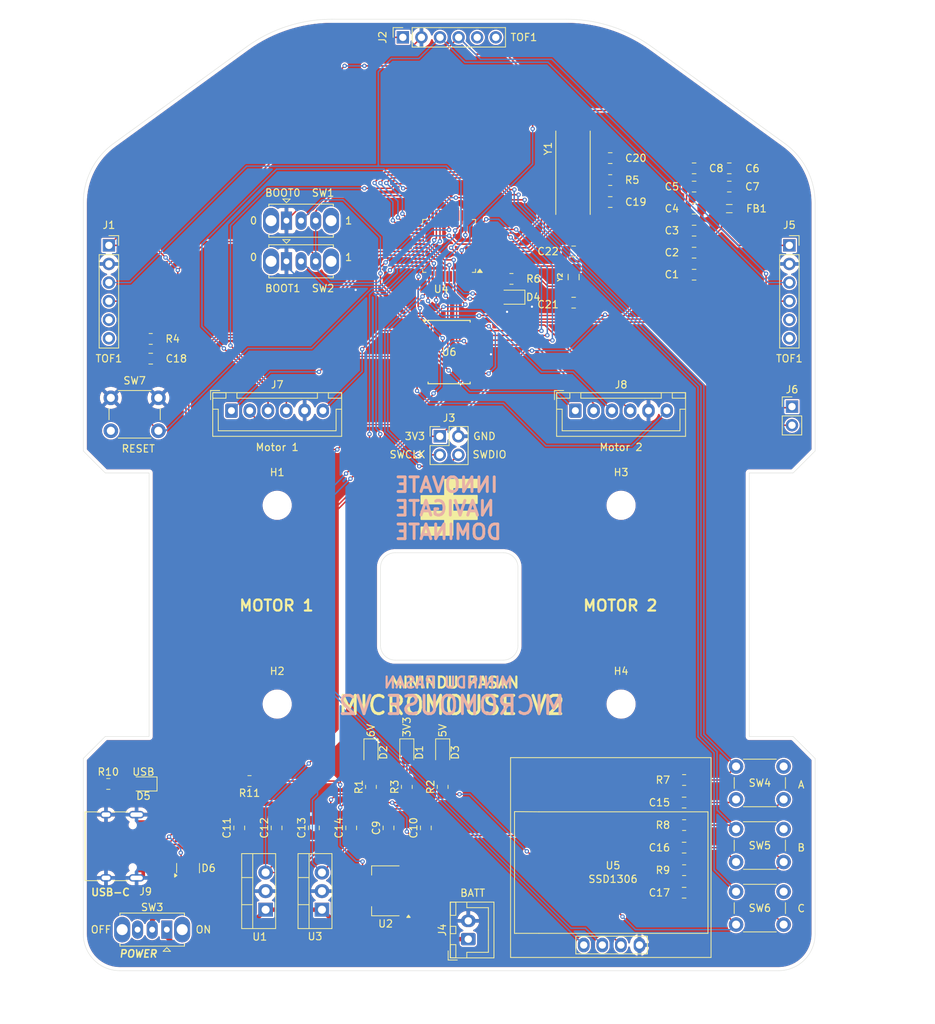
<source format=kicad_pcb>
(kicad_pcb (version 20240108) (generator "pcbnew") (generator_version "8.0")
  (layers (0 "F.Cu" signal) (31 "B.Cu" signal) (34 "B.Paste" user) (35 "F.Paste" user) (36 "B.SilkS" user "B.Silkscreen") (37 "F.SilkS" user "F.Silkscreen") (38 "B.Mask" user) (39 "F.Mask" user) (44 "Edge.Cuts" user))
  (net 0 "")
  (net 1 "+7.4V")
  (net 2 "GND")
  (net 3 "+3.3V")
  (net 4 "HSE_IN")
  (net 5 "+5V")
  (net 6 "+6V")
  (net 7 "+3.3VA")
  (net 8 "HSE_OUT")
  (net 9 "USB_D+")
  (net 10 "USB_D-")
  (net 11 "VBUS")
  (net 12 "Net-(D3-A)")
  (net 13 "Net-(D5-A)")
  (net 14 "PC13")
  (net 15 "POWER")
  (net 16 "RESET")
  (net 17 "SDA1")
  (net 18 "SCL1")
  (net 19 "Net-(D2-A)")
  (net 20 "Net-(D4-K)")
  (net 23 "OUT1")
  (net 24 "PA7")
  (net 25 "OUT2")
  (net 26 "PA6")
  (net 27 "PA15")
  (net 28 "PB3")
  (net 29 "OUT3")
  (net 30 "OUT4")
  (net 31 "BOOT0")
  (net 33 "SW1")
  (net 34 "SW2")
  (net 35 "SW3")
  (net 36 "PA3")
  (net 37 "PA2")
  (net 39 "SWDIO")
  (net 40 "STBY")
  (net 41 "SDA2")
  (net 42 "SWCLK")
  (net 44 "PA0")
  (net 45 "PA1")
  (net 47 "PA5")
  (net 48 "TXD")
  (net 50 "SCL2")
  (net 53 "PA4")
  (net 55 "RXD")
  (net 56 "BOOT1")
  (net 62 "OSC32_IN")
  (net 63 "OSC32_OUT")
  (net 64 "Net-(D1-A)")
  (net 66 "Net-(C19-Pad2)")
  (footprint "LED_SMD:LED_0805_2012Metric_Pad1.15x1.40mm_HandSolder" (layer "F.Cu") (at 69.2 147.5 180)
    (property "Reference" "D5")
    (property "Value" "USB")
  )
  (footprint "Button_Switch_THT:SW_Slide_SPDT_Straight_CK_OS102011MS2Q" (layer "F.Cu") (at 88.75 70.547498)
    (property "Reference" "SW1")
    (property "Value" "BOOT0")
  )
  (footprint "MountingHole:MountingHole_3.5mm" (layer "F.Cu") (at 134.483474 109.432161)
    (property "Reference" "H3")
    (property "Value" "MountingHole_3.5mm")
  )
  (footprint "Capacitor_SMD:C_0805_2012Metric_Pad1.18x1.45mm_HandSolder" (layer "F.Cu") (at 133 62)
    (property "Reference" "C20")
    (property "Value" "20p" (hide yes))
  )
  (footprint "Connector_PinHeader_2.54mm:PinHeader_1x02_P2.54mm_Vertical" (layer "F.Cu") (at 157.842998 95.95)
    (property "Reference" "J6")
    (property "Value" "Conn_01x02_Pin" (hide yes))
  )
  (footprint "Capacitor_SMD:C_0805_2012Metric_Pad1.18x1.45mm_HandSolder" (layer "F.Cu") (at 92.5 153.5 90)
    (property "Reference" "C13")
    (property "Value" "330nF" (hide yes))
  )
  (footprint "Capacitor_SMD:C_0805_2012Metric_Pad1.18x1.45mm_HandSolder" (layer "F.Cu") (at 97.6 153.5 90)
    (property "Reference" "C14")
    (property "Value" "100nF" (hide yes))
  )
  (footprint "Capacitor_SMD:C_0805_2012Metric_Pad1.18x1.45mm_HandSolder" (layer "F.Cu") (at 144.4625 63.4 180)
    (property "Reference" "C8")
    (property "Value" "1uF" (hide yes))
  )
  (footprint "LED_SMD:LED_0805_2012Metric_Pad1.15x1.40mm_HandSolder" (layer "F.Cu") (at 110.1 143.2 -90)
    (property "Reference" "D3")
    (property "Value" "5V")
  )
  (footprint "Capacitor_SMD:C_0805_2012Metric_Pad1.18x1.45mm_HandSolder" (layer "F.Cu") (at 144.4625 68.9)
    (property "Reference" "C4")
    (property "Value" "100nF" (hide yes))
  )
  (footprint "Inductor_SMD:L_0805_2012Metric" (layer "F.Cu") (at 149.2725 68.9 180)
    (property "Reference" "FB1")
    (property "Value" "120R" (hide yes))
  )
  (footprint "Capacitor_SMD:C_0805_2012Metric_Pad1.18x1.45mm_HandSolder" (layer "F.Cu") (at 144.4625 77.93)
    (property "Reference" "C1")
    (property "Value" "10uF" (hide yes))
  )
  (footprint "Custom:Crystal_ABLS2-8.000MHZ-D4Y-T" (layer "F.Cu") (at 127.9125 64 90)
    (property "Reference" "Y1")
    (property "Value" "8MHz" (hide yes))
  )
  (footprint "Capacitor_SMD:C_0805_2012Metric_Pad1.18x1.45mm_HandSolder" (layer "F.Cu") (at 102.7 153.5 90)
    (property "Reference" "C9")
    (property "Value" "10µF" (hide yes))
  )
  (footprint "Resistor_SMD:R_0805_2012Metric_Pad1.20x1.40mm_HandSolder" (layer "F.Cu") (at 83.7 147.1 180)
    (property "Reference" "R11")
    (property "Value" "110R" (hide yes))
  )
  (footprint "LED_SMD:LED_0805_2012Metric_Pad1.15x1.40mm_HandSolder" (layer "F.Cu") (at 105.2 143.2 -90)
    (property "Reference" "D1")
    (property "Value" "3V3")
  )
  (footprint "Resistor_SMD:R_0805_2012Metric_Pad1.20x1.40mm_HandSolder" (layer "F.Cu") (at 143.1 159.28 180)
    (property "Reference" "R9")
    (property "Value" "10K" (hide yes))
  )
  (footprint "Package_TO_SOT_SMD:SOT-223-3_TabPin2" (layer "F.Cu") (at 102.3 162.1 180)
    (property "Reference" "U2")
    (property "Value" "AMS1117-3.3" (hide yes))
  )
  (footprint "Button_Switch_THT:SW_PUSH_6mm_H13mm" (layer "F.Cu") (at 150.2 145.111161)
    (property "Reference" "SW4")
    (property "Value" "A")
  )
  (footprint "Button_Switch_THT:SW_PUSH_6mm_H13mm" (layer "F.Cu") (at 150.2 162.211161)
    (property "Reference" "SW6")
    (property "Value" "C")
  )
  (footprint "Resistor_SMD:R_0805_2012Metric_Pad1.20x1.40mm_HandSolder" (layer "F.Cu") (at 143.1 153.12 180)
    (property "Reference" "R8")
    (property "Value" "10K" (hide yes))
  )
  (footprint "Connector_JST:JST_XH_B6B-XH-A_1x06_P2.50mm_Vertical" (layer "F.Cu") (at 128.233474 96.5)
    (property "Reference" "J8")
    (property "Value" "Motor 2")
  )
  (footprint "Connector_USB:USB_C_Receptacle_HRO_TYPE-C-31-M-12" (layer "F.Cu") (at 65.133474 156.011161 -90)
    (property "Reference" "J9")
    (property "Value" "USB-C")
  )
  (footprint "Capacitor_SMD:C_0805_2012Metric_Pad1.18x1.45mm_HandSolder" (layer "F.Cu") (at 133 68)
    (property "Reference" "C19")
    (property "Value" "20p" (hide yes))
  )
  (footprint "Connector_PinSocket_2.54mm:PinSocket_1x06_P2.54mm_Vertical" (layer "F.Cu") (at 104.658474 45.5 90)
    (property "Reference" "J2")
    (property "Value" "TOF1")
  )
  (footprint "Connector_PinHeader_2.54mm:PinHeader_2x02_P2.54mm_Vertical" (layer "F.Cu") (at 109.708474 100)
    (property "Reference" "J3")
    (property "Value" "Conn_02x02_Counter_Clockwise" (hide yes))
  )
  (footprint "Capacitor_SMD:C_0805_2012Metric_Pad1.18x1.45mm_HandSolder" (layer "F.Cu") (at 144.4625 65.89)
    (property "Reference" "C5")
    (property "Value" "100nF" (hide yes))
  )
  (footprint "Capacitor_SMD:C_0805_2012Metric_Pad1.18x1.45mm_HandSolder" (layer "F.Cu") (at 128 81.75)
    (property "Reference" "C21")
    (property "Value" "20p" (hide yes))
  )
  (footprint "MountingHole:MountingHole_3.5mm" (layer "F.Cu") (at 87.483474 109.432161)
    (property "Reference" "H1")
    (property "Value" "MountingHole_3.5mm")
  )
  (footprint "Resistor_SMD:R_0805_2012Metric_Pad1.20x1.40mm_HandSolder" (layer "F.Cu") (at 70.2 86.7)
    (property "Reference" "R4")
    (property "Value" "10K" (hide yes))
  )
  (footprint "Resistor_SMD:R_0805_2012Metric_Pad1.20x1.40mm_HandSolder" (layer "F.Cu") (at 110.1 147.9 90)
    (property "Reference" "R2")
    (property "Value" "68R" (hide yes))
  )
  (footprint "Capacitor_SMD:C_0805_2012Metric_Pad1.18x1.45mm_HandSolder" (layer "F.Cu") (at 149.2725 63.4)
    (property "Reference" "C6")
    (property "Value" "10nF" (hide yes))
  )
  (footprint "Capacitor_SMD:C_0805_2012Metric_Pad1.18x1.45mm_HandSolder" (layer "F.Cu") (at 143.1 162.36 180)
    (property "Reference" "C17")
    (property "Value" "0.1uF" (hide yes))
  )
  (footprint "Package_SO:SSOP-24_5.3x8.2mm_P0.65mm" (layer "F.Cu") (at 110.983474 88.5)
    (property "Reference" "U6" (hide yes))
    (property "Value" "TB6612FNG" (hide yes))
  )
  (footprint "Package_QFP:LQFP-48_7x7mm_P0.5mm" (layer "F.Cu") (at 110.983474 74 180)
    (property "Reference" "U4")
    (property "Value" "STM32F103C8Tx")
  )
  (footprint "Connector_JST:JST_XH_B6B-XH-A_1x06_P2.50mm_Vertical" (layer "F.Cu") (at 81.233474 96.5)
    (property "Reference" "J7")
    (property "Value" "Motor 1")
  )
  (footprint "Button_Switch_THT:SW_PUSH_6mm_H13mm" (layer "F.Cu") (at 150.2 153.661161)
    (property "Reference" "SW5")
    (property "Value" "B")
  )
  (footprint "Resistor_SMD:R_0805_2012Metric_Pad1.20x1.40mm_HandSolder" (layer "F.Cu") (at 119.5 78.5)
    (property "Reference" "R6")
    (property "Value" "47R" (hide yes))
  )
  (footprint "Connector_PinSocket_2.54mm:PinSocket_1x06_P2.54mm_Vertical" (layer "F.Cu") (at 64.483474 73.92)
    (property "Reference" "J1")
    (property "Value" "TOF1")
  )
  (footprint "Resistor_SMD:R_0805_2012Metric_Pad1.20x1.40mm_HandSolder" (layer "F.Cu") (at 143.1 146.96 180)
    (property "Reference" "R7")
    (property "Value" "10K" (hide yes))
  )
  (footprint "Button_Switch_THT:SW_Slide_SPDT_Straight_CK_OS102011MS2Q" (layer "F.Cu") (at 72.4 167.4 180)
    (property "Reference" "SW3")
    (property "Value" "POWER")
  )
  (footprint "Capacitor_SMD:C_0805_2012Metric_Pad1.18x1.45mm_HandSolder" (layer "F.Cu") (at 143.1 156.2 180)
    (property "Reference" "C16")
    (property "Value" "0.1uF" (hide yes))
  )
  (footprint "Button_Switch_THT:SW_Slide_SPDT_Straight_CK_OS102011MS2Q" (layer "F.Cu") (at 88.75 76.0975)
    (property "Reference" "SW2" (hide yes))
    (property "Value" "BOOT1")
  )
  (footprint "Capacitor_SMD:C_0805_2012Metric_Pad1.18x1.45mm_HandSolder" (layer "F.Cu") (at 143.1 150.04 180)
    (property "Reference" "C15")
    (property "Value" "0.1uF" (hide yes))
  )
  (footprint "Custom:XTAL_ABS07-32.768KHZ-T" (layer "F.Cu") (at 128 78.25 90)
    (property "Reference" "Y2")
    (property "Value" "32.768K" (hide yes))
  )
  (footprint "Resistor_SMD:R_0805_2012Metric_Pad1.20x1.40mm_HandSolder" (layer "F.Cu") (at 100.3 147.9 90)
    (property "Reference" "R1")
    (property "Value" "330R" (hide yes))
  )
  (footprint "Button_Switch_THT:SW_PUSH_6mm_H13mm" (layer "F.Cu") (at 64.75 94.75)
    (property "Reference" "SW7")
    (property "Value" "RESET")
  )
  (footprint "LED_SMD:LED_0805_2012Metric_Pad1.15x1.40mm_HandSolder" (layer "F.Cu") (at 119.4775 81 180)
    (property "Reference" "D4")
    (property "Value" "BUILTIN")
  )
  (footprint "Capacitor_SMD:C_0805_2012Metric_Pad1.18x1.45mm_HandSolder" (layer "F.Cu") (at 144.4625 74.92)
    (property "Reference" "C2")
    (property "Value" "100nF" (hide yes))
  )
  (footprint "Connector_JST:JST_XH_B2B-XH-A_1x02_P2.50mm_Vertical" (layer "F.Cu") (at 113.6 168.7 90)
    (property "Reference" "J4")
    (property "Value" "BATT")
  )
  (footprint "Capacitor_SMD:C_0805_2012Metric_Pad1.18x1.45mm_HandSolder" (layer "F.Cu") (at 149.2725 65.89)
    (property "Reference" "C7")
    (property "Value" "1uF" (hide yes))
  )
  (footprint "Resistor_SMD:R_0805_2012Metric_Pad1.20x1.40mm_HandSolder" (layer "F.Cu") (at 64.4 147.5)
    (property "Reference" "R10")
    (property "Value" "220R" (hide yes))
  )
  (footprint "Package_TO_SOT_SMD:SOT-143" (layer "F.Cu") (at 75.3 159 90)
    (property "Reference" "D6")
    (property "Value" "SP0503BAHT" (hide yes))
  )
  (footprint "Capacitor_SMD:C_0805_2012Metric_Pad1.18x1.45mm_HandSolder" (layer "F.Cu") (at 107.8 153.5 90)
    (property "Reference" "C10")
    (property "Value" "10µF" (hide yes))
  )
  (footprint "Custom:128x64OLED" (layer "F.Cu") (at 133.38 158.9 180)
    (property "Reference" "U5")
    (property "Value" "SSD1306")
  )
  (footprint "Capacitor_SMD:C_0805_2012Metric_Pad1.18x1.45mm_HandSolder" (layer "F.Cu") (at 87.4 153.5 90)
    (property "Reference" "C12")
    (property "Value" "100nF" (hide yes))
  )
  (footprint "Capacitor_SMD:C_0805_2012Metric_Pad1.18x1.45mm_HandSolder" (layer "F.Cu") (at 70.2 89.4)
    (property "Reference" "C18")
    (property "Value" "1uF" (hide yes))
  )
  (footprint "Connector_PinSocket_2.54mm:PinSocket_1x06_P2.54mm_Vertical" (layer "F.Cu") (at 157.483474 73.92)
    (property "Reference" "J5")
    (property "Value" "TOF1")
  )
  (footprint "Capacitor_SMD:C_0805_2012Metric_Pad1.18x1.45mm_HandSolder" (layer "F.Cu") (at 144.4625 71.91)
    (property "Reference" "C3")
    (property "Value" "100nF" (hide yes))
  )
  (footprint "Resistor_SMD:R_0805_2012Metric_Pad1.20x1.40mm_HandSolder" (layer "F.Cu") (at 105.2 147.9 90)
    (property "Reference" "R3")
    (property "Value" "47R" (hide yes))
  )
  (footprint "MountingHole:MountingHole_3.5mm" (layer "F.Cu") (at 134.483474 136.590161)
    (property "Reference" "H4")
    (property "Value" "MountingHole_3.5mm")
  )
  (footprint "Package_TO_SOT_THT:TO-220-3_Vertical" (layer "F.Cu") (at 85.9 164.6775 90)
    (property "Reference" "U1")
    (property "Value" "L7806" (hide yes))
  )
  (footprint "Capacitor_SMD:C_0805_2012Metric_Pad1.18x1.45mm_HandSolder" (layer "F.Cu") (at 128 74.75)
    (property "Reference" "C22")
    (property "Value" "20p" (hide yes))
  )
  (footprint "MountingHole:MountingHole_3.5mm" (layer "F.Cu") (at 87.483474 136.590161)
    (property "Reference" "H2")
    (property "Value" "MountingHole_3.5mm")
  )
  (footprint "LED_SMD:LED_0805_2012Metric_Pad1.15x1.40mm_HandSolder" (layer "F.Cu") (at 100.3 143.2 -90)
    (property "Reference" "D2")
    (property "Value" "6V")
  )
  (footprint "Resistor_SMD:R_0805_2012Metric_Pad1.20x1.40mm_HandSolder" (layer "F.Cu") (at 133 65 180)
    (property "Reference" "R5")
    (property "Value" "1M")
  )
  (footprint "Capacitor_SMD:C_0805_2012Metric_Pad1.18x1.45mm_HandSolder" (layer "F.Cu") (at 82.3 153.5 90)
    (property "Reference" "C11")
    (property "Value" "330nF" (hide yes))
  )
  (footprint "Package_TO_SOT_THT:TO-220-3_Vertical" (layer "F.Cu") (at 93.6 164.6775 90)
    (property "Reference" "U3")
    (property "Value" "L7805" (hide yes))
  )
  (gr_poly (pts (xy 114.782874 105.910836) (xy 114.793474 106.990636) (xy 111.466074 106.990636) (xy 111.466074 108.108236) (xy 114.793474 108.108236) (xy 114.793474 109.149636) (xy 111.466074 109.149636) (xy 111.466074 110.267236) (xy 114.793474 110.267236) (xy 114.793474 111.334036) (xy 111.466074 111.334036) (xy 111.466074 113.493036) (xy 107.173474 113.493036) (xy 107.173474 112.426236) (xy 110.399274 112.426236) (xy 110.399274 111.334036) (xy 107.173474 111.334036) (xy 107.173474 110.267236) (xy 110.399274 110.267236) (xy 110.399274 109.200436) (xy 107.173474 109.200436) (xy 107.173474 108.133636) (xy 110.399274 108.133636) (xy 110.399274 105.923836)) (stroke (width 0.2)) (fill solid) (layer "F.SilkS"))
  (gr_arc (start 103.608457 130.579636) (mid 102.194241 129.993852) (end 101.608457 128.579636) (stroke (width 0.05)) (layer "Edge.Cuts"))
  (gr_line (start 161.003102 144.011161) (end 158.003102 141.011161) (stroke (width 0.05)) (layer "Edge.Cuts"))
  (gr_arc (start 156.880954 60.016245) (mid 159.91317 63.566508) (end 161.003102 68.106415) (stroke (width 0.05)) (layer "Edge.Cuts"))
  (gr_arc (start 83.235975 46.843768) (mid 88.806677 44.004503) (end 94.981868 43.024111) (stroke (width 0.05)) (layer "Edge.Cuts"))
  (gr_line (start 65.983474 173.011161) (end 156.003102 173.011161) (stroke (width 0.05)) (layer "Edge.Cuts"))
  (gr_line (start 60.983474 168.011161) (end 60.983474 144.011161) (stroke (width 0.05)) (layer "Edge.Cuts"))
  (gr_arc (start 126.994894 43.024111) (mid 133.175231 44.00299) (end 138.750599 46.843771) (stroke (width 0.05)) (layer "Edge.Cuts"))
  (gr_line (start 69.983474 105.011161) (end 63.983474 105.011161) (stroke (width 0.05)) (layer "Edge.Cuts"))
  (gr_arc (start 60.983474 68.106415) (mid 62.07343 63.56652) (end 65.105622 60.016245) (stroke (width 0.05)) (layer "Edge.Cuts"))
  (gr_line (start 161.003102 68.106415) (end 161.003102 102.011161) (stroke (width 0.05)) (layer "Edge.Cuts"))
  (gr_line (start 65.105622 60.016245) (end 83.235977 46.843771) (stroke (width 0.05)) (layer "Edge.Cuts"))
  (gr_arc (start 120.388457 128.579636) (mid 119.802698 129.993877) (end 118.388457 130.579636) (stroke (width 0.05)) (layer "Edge.Cuts"))
  (gr_line (start 161.003102 168.011161) (end 161.003102 144.011161) (stroke (width 0.05)) (layer "Edge.Cuts"))
  (gr_line (start 152.003102 105.011161) (end 158.003102 105.011161) (stroke (width 0.05)) (layer "Edge.Cuts"))
  (gr_line (start 138.750599 46.843771) (end 156.880954 60.016245) (stroke (width 0.05)) (layer "Edge.Cuts"))
  (gr_line (start 161.003102 102.011161) (end 158.003102 105.011161) (stroke (width 0.05)) (layer "Edge.Cuts"))
  (gr_line (start 60.983474 144.011161) (end 63.983474 141.011161) (stroke (width 0.05)) (layer "Edge.Cuts"))
  (gr_line (start 69.983474 105.011161) (end 69.983474 141.011161) (stroke (width 0.05)) (layer "Edge.Cuts"))
  (gr_line (start 152.003102 105.011161) (end 152.003102 141.011161) (stroke (width 0.05)) (layer "Edge.Cuts"))
  (gr_arc (start 65.983474 173.011161) (mid 62.447924 171.546711) (end 60.983474 168.011161) (stroke (width 0.05)) (layer "Edge.Cuts"))
  (gr_line (start 120.388457 117.909636) (end 120.388457 128.579636) (stroke (width 0.05)) (layer "Edge.Cuts"))
  (gr_arc (start 161.003102 168.011161) (mid 159.538639 171.546698) (end 156.003102 173.011161) (stroke (width 0.05)) (layer "Edge.Cuts"))
  (gr_line (start 152.003102 141.011161) (end 158.003102 141.011161) (stroke (width 0.05)) (layer "Edge.Cuts"))
  (gr_line (start 103.608457 115.909636) (end 118.388457 115.909636) (stroke (width 0.05)) (layer "Edge.Cuts"))
  (gr_line (start 60.983474 102.011161) (end 63.983474 105.011161) (stroke (width 0.05)) (layer "Edge.Cuts"))
  (gr_line (start 118.388457 130.579636) (end 103.608457 130.579636) (stroke (width 0.05)) (layer "Edge.Cuts"))
  (gr_arc (start 101.608457 117.909636) (mid 102.194271 116.49545) (end 103.608457 115.909636) (stroke (width 0.05)) (layer "Edge.Cuts"))
  (gr_line (start 69.983474 141.011161) (end 63.983474 141.011161) (stroke (width 0.05)) (layer "Edge.Cuts"))
  (gr_line (start 60.983474 68.106415) (end 60.983474 102.011161) (stroke (width 0.05)) (layer "Edge.Cuts"))
  (gr_line (start 101.608457 128.579636) (end 101.608457 117.909636) (stroke (width 0.05)) (layer "Edge.Cuts"))
  (gr_arc (start 118.388457 115.909636) (mid 119.802669 116.495424) (end 120.388457 117.909636) (stroke (width 0.05)) (layer "Edge.Cuts"))
  (gr_line (start 94.981868 43.024111) (end 126.98508 43.024111) (stroke (width 0.05)) (layer "Edge.Cuts"))
  (gr_text "MININDU PASAN" (at 119.855235 134.516326 0) (layer "B.SilkS") (effects (font (size 1.5 1.5) (thickness 0.3) (bold yes)) (justify left bottom mirror)))
  (gr_text "INNOVATE\nNAVIGATE\nDOMINATE" (at 103.360362 114.249824 0) (layer "B.SilkS") (effects (font (size 2 2) (thickness 0.4) (bold yes)) (justify right bottom mirror)))
  (gr_text "MICROMOUSE V2" (at 111.305234 138.212981 0) (layer "B.SilkS") (effects (font (size 2.5 2.5) (thickness 0.4)) (justify bottom mirror)))
  (gr_text "SWDIO" (at 116.5 102.5 0) (layer "F.SilkS") (effects (font (size 1 1))))
  (gr_text "MICROMOUSE V2\n" (at 111.305235 138.219636 0) (layer "F.SilkS") (effects (font (size 2.5 2.5) (thickness 0.4)) (justify bottom)))
  (gr_text "0" (at 84.25 70.547498 0) (layer "F.SilkS") (effects (font (size 1 1))))
  (gr_text "1" (at 97.25 70.547498 0) (layer "F.SilkS") (effects (font (size 1 1))))
  (gr_text "3V3" (at 106.304903 100 0) (layer "F.SilkS") (effects (font (size 1 1))))
  (gr_text "MOTOR 1\n" (at 82.14776 124.007161 0) (layer "F.SilkS") (effects (font (size 1.5 1.5) (thickness 0.3) (bold yes)) (justify left bottom)))
  (gr_text "1" (at 97.25 75.547498 0) (layer "F.SilkS") (effects (font (size 1 1))))
  (gr_text "MININDU PASAN" (at 102.755234 134.522981 0) (layer "F.SilkS") (effects (font (size 1.5 1.5) (thickness 0.3) (bold yes)) (justify left bottom)))
  (gr_text "MOTOR 2\n" (at 129.14776 124.007161 0) (layer "F.SilkS") (effects (font (size 1.5 1.5) (thickness 0.3) (bold yes)) (justify left bottom)))
  (gr_text "OFF" (at 63.4 167.4 0) (layer "F.SilkS") (effects (font (size 1 1))))
  (gr_text "SWCLK" (at 105.304903 102.5 0) (layer "F.SilkS") (effects (font (size 1 1))))
  (gr_text "0" (at 84.25 75.547498 0) (layer "F.SilkS") (effects (font (size 1 1))))
  (gr_text "ON" (at 77.4 167.4 0) (layer "F.SilkS") (effects (font (size 1 1))))
  (gr_text "GND" (at 115.804903 100 0) (layer "F.SilkS") (effects (font (size 1 1))))
  (segment (start 72.4 168.4) (end 74.3 170.3) (width 0.6) (layer "F.Cu") (net 1))
  (segment (start 72.4 167.4) (end 72.4 168.4) (width 0.6) (layer "F.Cu") (net 1))
  (segment (start 74.3 170.3) (end 107 170.3) (width 0.6) (layer "F.Cu") (net 1))
  (segment (start 108.6 168.7) (end 113.6 168.7) (width 0.6) (layer "F.Cu") (net 1))
  (segment (start 107 170.3) (end 108.6 168.7) (width 0.6) (layer "F.Cu") (net 1))
  (segment (start 117.6 73.35) (end 117.5 73.25) (width 0.2) (layer "F.Cu") (net 2))
  (segment (start 101.581372 75.65) (end 105.451064 75.65) (width 0.2) (layer "F.Cu") (net 2))
  (segment (start 145.5 65.89) (end 145.5 65.475) (width 0.2) (layer "F.Cu") (net 2))
  (segment (start 108.733474 69.06759) (end 108.733474 69.8375) (width 0.2) (layer "F.Cu") (net 2))
  (segment (start 91.7 55.6) (end 91.7 67.597498) (width 0.2) (layer "F.Cu") (net 2))
  (segment (start 125.265686 55.9) (end 135.925 55.9) (width 0.2) (layer "F.Cu") (net 2))
  (segment (start 107.383474 86.225) (end 107.383474 86.875) (width 0.2) (layer "F.Cu") (net 2))
  (segment (start 145.5 68.9) (end 145.5 65.89) (width 0.2) (layer "F.Cu") (net 2))
  (segment (start 106.051064 76.25) (end 106.820974 76.25) (width 0.2) (layer "F.Cu") (net 2))
  (segment (start 88.75 70.547498) (end 92.572498 66.725) (width 0.2) (layer "F.Cu") (net 2))
  (segment (start 117.5 73.25) (end 115.145974 73.25) (width 0.2) (layer "F.Cu") (net 2))
  (segment (start 106.390884 66.725) (end 108.733474 69.06759) (width 0.2) (layer "F.Cu") (net 2))
  (segment (start 157.443474 76.5) (end 157.483474 76.46) (width 0.2) (layer "F.Cu") (net 2))
  (segment (start 117.6 73.35) (end 118.078971 73.828971) (width 0.2) (layer "F.Cu") (net 2))
  (segment (start 104.298474 48.4) (end 98.9 48.4) (width 0.2) (layer "F.Cu") (net 2))
  (segment (start 145.5 71.91) (end 145.5 68.9) (width 0.2) (layer "F.Cu") (net 2))
  (segment (start 145.5 77.93) (end 145.5 74.92) (width 0.2) (layer "F.Cu") (net 2))
  (segment (start 105.451064 75.65) (end 106.051064 76.25) (width 0.2) (layer "F.Cu") (net 2))
  (segment (start 98.9 48.4) (end 91.7 55.6) (width 0.2) (layer "F.Cu") (net 2))
  (segment (start 92.572498 66.725) (end 106.390884 66.725) (width 0.2) (layer "F.Cu") (net 2))
  (segment (start 107.198474 45.5) (end 104.298474 48.4) (width 0.2) (layer "F.Cu") (net 2))
  (segment (start 98.207108 79.024264) (end 101.581372 75.65) (width 0.2) (layer "F.Cu") (net 2))
  (segment (start 120.471029 73.828971) (end 123.6 70.7) (width 0.2) (layer "F.Cu") (net 2))
  (segment (start 135.925 55.9) (end 143.425 63.4) (width 0.2) (layer "F.Cu") (net 2))
  (segment (start 145.5 65.475) (end 143.425 63.4) (width 0.2) (layer "F.Cu") (net 2))
  (segment (start 123.6 57.565686) (end 125.265686 55.9) (width 0.2) (layer "F.Cu") (net 2))
  (segment (start 150.31 65.89) (end 150.31 63.4) (width 0.2) (layer "F.Cu") (net 2))
  (segment (start 118.078971 73.828971) (end 120.471029 73.828971) (width 0.2) (layer "F.Cu") (net 2))
  (segment (start 98.207108 80.007108) (end 98.207108 79.024264) (width 0.2) (layer "F.Cu") (net 2))
  (segment (start 123.6 70.7) (end 123.6 57.565686) (width 0.2) (layer "F.Cu") (net 2))
  (via (at 98.207108 80.007108) (size 0.6) (drill 0.3) (layers "F.Cu" "B.Cu") (net 2))
  (via (at 116.7 88.8) (size 0.6) (drill 0.3) (layers "F.Cu" "B.Cu") (net 2))
  (via (at 118.9 83) (size 0.6) (drill 0.3) (layers "F.Cu" "B.Cu") (net 2))
  (via (at 122.3 82.3) (size 0.6) (drill 0.3) (layers "F.Cu" "B.Cu") (net 2))
  (segment (start 118.9 83) (end 121.6 83) (width 0.2) (layer "B.Cu") (net 2))
  (segment (start 92 80) (end 88.75 76.75) (width 0.2) (layer "B.Cu") (net 2))
  (segment (start 98.2 80) (end 92 80) (width 0.2) (layer "B.Cu") (net 2))
  (segment (start 88.75 70.547498) (end 88.75 76.0975) (width 0.2) (layer "B.Cu") (net 2))
  (segment (start 121.6 83) (end 122.3 82.3) (width 0.2) (layer "B.Cu") (net 2))
  (segment (start 98.207108 80.007108) (end 98.2 80) (width 0.2) (layer "B.Cu") (net 2))
  (segment (start 88.75 76.75) (end 88.75 76.0975) (width 0.2) (layer "B.Cu") (net 2))
  (segment (start 107.8 154.5375) (end 107.8 160.6) (width 0.2) (layer "F.Cu") (net 3))
  (segment (start 143.425 65.89) (end 143.425 68.9) (width 0.2) (layer "F.Cu") (net 3))
  (segment (start 107.8 154.5375) (end 105.7375 154.5375) (width 0.2) (layer "F.Cu") (net 3))
  (segment (start 109.708474 99.991526) (end 109.708474 100) (width 0.2) (layer "F.Cu") (net 3))
  (segment (start 143.425 68.9) (end 143.425 71.91) (width 0.2) (layer "F.Cu") (net 3))
  (segment (start 134.9 83.5) (end 120.9525 83.5) (width 0.2) (layer "F.Cu") (net 3))
  (segment (start 144.845 73.5) (end 143.425 74.92) (width 0.2) (layer "F.Cu") (net 3))
  (segment (start 123.6375 154.5375) (end 107.8 154.5375) (width 0.2) (layer "F.Cu") (net 3))
  (segment (start 108.283474 69.7875) (end 108.283474 69.183276) (width 0.2) (layer "F.Cu") (net 3))
  (segment (start 64.483474 73.92) (end 92.903474 45.5) (width 0.2) (layer "F.Cu") (net 3))
  (segment (start 134.675735 165.575735) (end 123.6375 154.5375) (width 0.2) (layer "F.Cu") (net 3))
  (segment (start 144.1375 150.04) (end 149.771161 150.04) (width 0.2) (layer "F.Cu") (net 3))
  (segment (start 143.425 77.875) (end 141.3 80) (width 0.2) (layer "F.Cu") (net 3))
  (segment (start 157.483474 73.92) (end 150.54 73.92) (width 0.2) (layer "F.Cu") (net 3))
  (segment (start 105.7375 154.5375) (end 105.2 154) (width 0.2) (layer "F.Cu") (net 3))
  (segment (start 147.3475 68.0375) (end 148.21 68.9) (width 0.2) (layer "F.Cu") (net 3))
  (segment (start 94.3 111.465686) (end 105.765686 100) (width 0.2) (layer "F.Cu") (net 3))
  (segment (start 96.1 147.6) (end 95.6 147.1) (width 0.2) (layer "F.Cu") (net 3))
  (segment (start 118.475 81) (end 116.570974 81) (width 0.2) (layer "F.Cu") (net 3))
  (segment (start 154.7 160.161161) (end 156.7 158.161161) (width 0.2) (layer "F.Cu") (net 3))
  (segment (start 141.3 80) (end 138.4 80) (width 0.2) (layer "F.Cu") (net 3))
  (segment (start 143.425 74.285) (end 143.425 74.92) (width 0.2) (layer "F.Cu") (net 3))
  (segment (start 96.1 147.6) (end 96.1 144.425) (width 0.2) (layer "F.Cu") (net 3))
  (segment (start 107.8 160.6) (end 106.3 162.1) (width 0.2) (layer "F.Cu") (net 3))
  (segment (start 146.3 73.5) (end 144.845 73.5) (width 0.2) (layer "F.Cu") (net 3))
  (segment (start 154.7 156.161161) (end 154.7 151.611161) (width 0.2) (layer "F.Cu") (net 3))
  (segment (start 143.425 77.93) (end 143.425 74.92) (width 0.2) (layer "F.Cu") (net 3))
  (segment (start 99.15 158.1) (end 99.15 162.1) (width 0.2) (layer "F.Cu") (net 3))
  (segment (start 96.1 144.425) (end 94.3 142.625) (width 0.2) (layer "F.Cu") (net 3))
  (segment (start 106.820974 76.75) (end 103.45 76.75) (width 0.2) (layer "F.Cu") (net 3))
  (segment (start 148.21 68.9) (end 148.21 71.59) (width 0.2) (layer "F.Cu") (net 3))
  (segment (start 77.8 73.4) (end 90.8 73.4) (width 0.2) (layer "F.Cu") (net 3))
  (segment (start 103.2 150.05) (end 104.05 150.05) (width 0.2) (layer "F.Cu") (net 3))
  (segment (start 73.9 80.8) (end 69.2 85.5) (width 0.2) (layer "F.Cu") (net 3))
  (segment (start 73.9 77.3) (end 73.9 80.8) (width 0.2) (layer "F.Cu") (net 3))
  (segment (start 103.45 76.75) (end 102.9 77.3) (width 0.2) (layer "F.Cu") (net 3))
  (segment (start 69.2 85.5) (end 69.2 86.7) (width 0.2) (layer "F.Cu") (net 3))
  (segment (start 149.771161 150.04) (end 150.2 149.611161) (width 0.2) (layer "F.Cu") (net 3))
  (segment (start 96.1 150.7) (end 96.75 150.05) (width 0.2) (layer "F.Cu") (net 3))
  (segment (start 113.733474 78.1625) (end 115.145974 76.75) (width 0.2) (layer "F.Cu") (net 3))
  (segment (start 148.21 71.59) (end 146.3 73.5) (width 0.2) (layer "F.Cu") (net 3))
  (segment (start 144.1375 162.36) (end 145.848839 162.36) (width 0.2) (layer "F.Cu") (net 3))
  (segment (start 145.848839 162.36) (end 150.2 166.711161) (width 0.2) (layer "F.Cu") (net 3))
  (segment (start 94.3 142.625) (end 94.3 111.465686) (width 0.2) (layer "F.Cu") (net 3))
  (segment (start 108.233474 69.8375) (end 108.283474 69.7875) (width 0.2) (layer "F.Cu") (net 3))
  (segment (start 94.875 67.125) (end 92.75 69.25) (width 0.2) (layer "F.Cu") (net 3))
  (segment (start 143.425 71.91) (end 143.425 74.92) (width 0.2) (layer "F.Cu") (net 3))
  (segment (start 92.75 69.25) (end 92.75 70.547498) (width 0.2) (layer "F.Cu") (net 3))
  (segment (start 95.6 147.1) (end 84.7 147.1) (width 0.2) (layer "F.Cu") (net 3))
  (segment (start 156.7 166.711161) (end 154.7 164.711161) (width 0.2) (layer "F.Cu") (net 3))
  (segment (start 92.903474 45.5) (end 104.658474 45.5) (width 0.2) (layer "F.Cu") (net 3))
  (segment (start 148.238839 156.2) (end 150.2 158.161161) (width 0.2) (layer "F.Cu") (net 3))
  (segment (start 145.5 63.815) (end 145.5 63.8) (width 0.2) (layer "F.Cu") (net 3))
  (segment (start 156.7 158.161161) (end 154.7 156.161161) (width 0.2) (layer "F.Cu") (net 3))
  (segment (start 122.3 88.3) (end 121.4 88.3) (width 0.2) (layer "F.Cu") (net 3))
  (segment (start 134.675735 165.624265) (end 134.675735 165.575735) (width 0.2) (layer "F.Cu") (net 3))
  (segment (start 108.283474 69.183276) (end 106.225198 67.125) (width 0.2) (layer "F.Cu") (net 3))
  (segment (start 154.7 164.711161) (end 154.7 160.161161) (width 0.2) (layer "F.Cu") (net 3))
  (segment (start 150.54 73.92) (end 148.21 71.59) (width 0.2) (layer "F.Cu") (net 3))
  (segment (start 145.5 63.4) (end 147.3475 65.2475) (width 0.2) (layer "F.Cu") (net 3))
  (segment (start 104.05 150.05) (end 105.2 148.9) (width 0.2) (layer "F.Cu") (net 3))
  (segment (start 105.765686 100) (end 109.708474 100) (width 0.2) (layer "F.Cu") (net 3))
  (segment (start 106.225198 67.125) (end 94.875 67.125) (width 0.2) (layer "F.Cu") (net 3))
  (segment (start 147.3475 65.2475) (end 147.3475 68.0375) (width 0.2) (layer "F.Cu") (net 3))
  (segment (start 92.75 75.35) (end 92.75 76.0975) (width 0.2) (layer "F.Cu") (net 3))
  (segment (start 70.57 73.92) (end 64.483474 73.92) (width 0.2) (layer "F.Cu") (net 3))
  (segment (start 149.753375 158.607786) (end 150.2 158.161161) (width 0.2) (layer "F.Cu") (net 3))
  (segment (start 90.8 73.4) (end 92.75 75.35) (width 0.2) (layer "F.Cu") (net 3))
  (segment (start 138.4 80) (end 134.9 83.5) (width 0.2) (layer "F.Cu") (net 3))
  (segment (start 116.570974 81) (end 113.733474 78.1625) (width 0.2) (layer "F.Cu") (net 3))
  (segment (start 96.75 150.05) (end 103.2 150.05) (width 0.2) (layer "F.Cu") (net 3))
  (segment (start 106.3 162.1) (end 105.45 162.1) (width 0.2) (layer "F.Cu") (net 3))
  (segment (start 121.4 88.3) (end 109.708474 99.991526) (width 0.2) (layer "F.Cu") (net 3))
  (segment (start 154.7 151.611161) (end 156.7 149.611161) (width 0.2) (layer "F.Cu") (net 3))
  (segment (start 72.225 75.575) (end 70.57 73.92) (width 0.2) (layer "F.Cu") (net 3))
  (segment (start 73.9 77.3) (end 77.8 73.4) (width 0.2) (layer "F.Cu") (net 3))
  (segment (start 144.1375 156.2) (end 148.238839 156.2) (width 0.2) (layer "F.Cu") (net 3))
  (segment (start 120.9525 83.5) (end 118.4525 81) (width 0.2) (layer "F.Cu") (net 3))
  (via (at 96.1 150.7) (size 0.6) (drill 0.3) (layers "F.Cu" "B.Cu") (net 3))
  (via (at 99.15 158.1) (size 0.6) (drill 0.3) (layers "F.Cu" "B.Cu") (net 3))
  (via (at 105.2 154) (size 0.6) (drill 0.3) (layers "F.Cu" "B.Cu") (net 3))
  (via (at 134.675735 165.624265) (size 0.6) (drill 0.3) (layers "F.Cu" "B.Cu") (net 3))
  (via (at 122.3 88.3) (size 0.6) (drill 0.3) (layers "F.Cu" "B.Cu") (net 3))
  (via (at 132.3 83.4) (size 0.6) (drill 0.3) (layers "F.Cu" "B.Cu") (net 3))
  (via (at 103.2 150.05) (size 0.6) (drill 0.3) (layers "F.Cu" "B.Cu") (net 3))
  (via (at 102.9 77.3) (size 0.6) (drill 0.3) (layers "F.Cu" "B.Cu") (net 3))
  (via (at 72.225 75.575) (size 0.6) (drill 0.3) (layers "F.Cu" "B.Cu") (net 3))
  (via (at 73.9 77.3) (size 0.6) (drill 0.3) (layers "F.Cu" "B.Cu") (net 3))
  (via (at 96.1 147.6) (size 0.6) (drill 0.3) (layers "F.Cu" "B.Cu") (net 3))
  (segment (start 105.2 152.05) (end 105.2 154) (width 0.2) (layer "B.Cu") (net 3))
  (segment (start 96.1 150.7) (end 96.1 155.9) (width 0.2) (layer "B.Cu") (net 3))
  (segment (start 73.9 77.25) (end 73.9 77.3) (width 0.2) (layer "B.Cu") (net 3))
  (segment (start 134.675735 165.624265) (end 136.45147 167.4) (width 0.2) (layer "B.Cu") (net 3))
  (segment (start 94.7 79) (end 92.75 77.05) (width 0.2) (layer "B.Cu") (net 3))
  (segment (start 127.4 88.3) (end 132.3 83.4) (width 0.2) (layer "B.Cu") (net 3))
  (segment (start 103.2 150.05) (end 105.2 152.05) (width 0.2) (layer "B.Cu") (net 3))
  (segment (start 136.45147 167.4) (end 149.511161 167.4) (width 0.2) (layer "B.Cu") (net 3))
  (segment (start 101.2 79) (end 94.7 79) (width 0.2) (layer "B.Cu") (net 3))
  (segment (start 72.225 75.575) (end 73.9 77.25) (width 0.2) (layer "B.Cu") (net 3))
  (segment (start 99.15 158.1) (end 99.2 158.05) (width 0.2) (layer "B.Cu") (net 3))
  (segment (start 98.25 158.05) (end 99.15 158.05) (width 0.2) (layer "B.Cu") (net 3))
  (segment (start 92.75 77.05) (end 92.75 76.0975) (width 0.2) (layer "B.Cu") (net 3))
  (segment (start 96.1 155.9) (end 98.25 158.05) (width 0.2) (layer "B.Cu") (net 3))
  (segment (start 102.9 77.3) (end 101.2 79) (width 0.2) (layer "B.Cu") (net 3))
  (segment (start 149.511161 167.4) (end 150.2 166.711161) (width 0.2) (layer "B.Cu") (net 3))
  (segment (start 122.3 88.3) (end 127.4 88.3) (width 0.2) (layer "B.Cu") (net 3))
  (segment (start 92.75 70.547498) (end 92.75 76.0975) (width 0.2) (layer "B.Cu") (net 3))
  (segment (start 96.1 147.6) (end 96.1 150.7) (width 0.2) (layer "B.Cu") (net 3))
  (segment (start 131.9625 68) (end 131.9625 67.6375) (width 0.2) (layer "F.Cu") (net 4))
  (segment (start 127.9125 68.75) (end 131.2125 68.75) (width 0.2) (layer "F.Cu") (net 4))
  (segment (start 134 65.6) (end 134 65) (width 0.2) (layer "F.Cu") (net 4))
  (segment (start 127.9125 68.75) (end 121.9125 74.75) (width 0.2) (layer "F.Cu") (net 4))
  (segment (start 131.2125 68.75) (end 131.9625 68) (width 0.2) (layer "F.Cu") (net 4))
  (segment (start 131.9625 67.6375) (end 134 65.6) (width 0.2) (layer "F.Cu") (net 4))
  (segment (start 121.9125 74.75) (end 115.145974 74.75) (width 0.2) (layer "F.Cu") (net 4))
  (segment (start 99.1 98.4) (end 104.7 98.4) (width 0.2) (layer "F.Cu") (net 5))
  (segment (start 88.8 101.8) (end 83.5 96.5) (width 0.2) (layer "F.Cu") (net 5))
  (segment (start 113.004237 86.995763) (end 113.533474 87.525) (width 0.2) (layer "F.Cu") (net 5))
  (segment (start 104.7 98.4) (end 108.85 94.25) (width 0.2) (layer "F.Cu") (net 5))
  (segment (start 112.4 148.9) (end 110.1 148.9) (width 0.2) (layer "F.Cu") (net 5))
  (segment (start 110.1 148.9) (end 108.1 150.9) (width 0.2) (layer "F.Cu") (net 5))
  (segment (start 130.733474 95.533474) (end 130.733474 96.5) (width 0.2) (layer "F.Cu") (net 5))
  (segment (start 114.583474 87.525) (end 122.725 87.525) (width 0.2) (layer "F.Cu") (net 5))
  (segment (start 95.7 101.8) (end 99.1 98.4) (width 0.2) (layer "F.Cu") (net 5))
  (segment (start 97.6 155.5975) (end 97.6 154.5375) (width 0.2) (layer "F.Cu") (net 5))
  (segment (start 93.6 159.5975) (end 97.6 155.5975) (width 0.2) (layer "F.Cu") (net 5))
  (segment (start 108.85 94.25) (end 108.85 94.15) (width 0.2) (layer "F.Cu") (net 5))
  (segment (start 108.1 150.9) (end 101.2375 150.9) (width 0.2) (layer "F.Cu") (net 5))
  (segment (start 121.66 156.7) (end 134.46 169.5) (width 0.2) (layer "F.Cu") (net 5))
  (segment (start 121.6 156.7) (end 121.66 156.7) (width 0.2) (layer "F.Cu") (net 5))
  (segment (start 95.7 101.8) (end 88.8 101.8) (width 0.2) (layer "F.Cu") (net 5))
  (segment (start 122.725 87.525) (end 130.733474 95.533474) (width 0.2) (layer "F.Cu") (net 5))
  (segment (start 101.2375 150.9) (end 97.6 154.5375) (width 0.2) (layer "F.Cu") (net 5))
  (segment (start 113.533474 87.525) (end 114.583474 87.525) (width 0.2) (layer "F.Cu") (net 5))
  (via (at 95.7 101.8) (size 0.6) (drill 0.3) (layers "F.Cu" "B.Cu") (net 5))
  (via (at 108.85 94.15) (size 0.6) (drill 0.3) (layers "F.Cu" "B.Cu") (net 5))
  (via (at 121.6 156.7) (size 0.6) (drill 0.3) (layers "F.Cu" "B.Cu") (net 5))
  (via (at 112.4 148.9) (size 0.6) (drill 0.3) (layers "F.Cu" "B.Cu") (net 5))
  (via (at 113.004237 86.995763) (size 0.6) (drill 0.3) (layers "F.Cu" "B.Cu") (net 5))
  (segment (start 93 149) (end 92.3 149.7) (width 0.2) (layer "B.Cu") (net 5))
  (segment (start 111.404237 86.995763) (end 113.004237 86.995763) (width 0.2) (layer "B.Cu") (net 5))
  (segment (start 113.8 148.9) (end 112.4 148.9) (width 0.2) (layer "B.Cu") (net 5))
  (segment (start 93 104.5) (end 93 149) (width 0.2) (layer "B.Cu") (net 5))
  (segment (start 121.6 156.7) (end 113.8 148.9) (width 0.2) (layer "B.Cu") (net 5))
  (segment (start 108.85 94.15) (end 109.8 93.2) (width 0.2) (layer "B.Cu") (net 5))
  (segment (start 109.8 93.2) (end 109.8 88.6) (width 0.2) (layer "B.Cu") (net 5))
  (segment (start 95.7 101.8) (end 93 104.5) (width 0.2) (layer "B.Cu") (net 5))
  (segment (start 92.3 158.2975) (end 93.6 159.5975) (width 0.2) (layer "B.Cu") (net 5))
  (segment (start 92.3 149.7) (end 92.3 158.2975) (width 0.2) (layer "B.Cu") (net 5))
  (segment (start 109.8 88.6) (end 111.404237 86.995763) (width 0.2) (layer "B.Cu") (net 5))
  (segment (start 91.8 144.7) (end 93.9 142.6) (width 0.2) (layer "F.Cu") (net 6))
  (segment (start 113.125 92.075) (end 114.583474 92.075) (width 0.2) (layer "F.Cu") (net 6))
  (segment (start 94.85 149.65) (end 94.8 149.7) (width 0.2) (layer "F.Cu") (net 6))
  (segment (start 93.9 142.6) (end 93.9 111.3) (width 0.2) (layer "F.Cu") (net 6))
  (segment (start 116.35 84.925) (end 116.4 84.975) (width 0.2) (layer "F.Cu") (net 6))
  (segment (start 114.583474 84.925) (end 116.35 84.925) (width 0.2) (layer "F.Cu") (net 6))
  (segment (start 114.583474 91.425) (end 114.583474 92.075) (width 0.2) (layer "F.Cu") (net 6))
  (segment (start 87.4 158.0975) (end 85.9 159.5975) (width 0.2) (layer "F.Cu") (net 6))
  (segment (start 116.375 91.425) (end 114.583474 91.425) (width 0.2) (layer "F.Cu") (net 6))
  (segment (start 94.8 154.9) (end 90.1025 159.5975) (width 0.2) (layer "F.Cu") (net 6))
  (segment (start 93.9 111.3) (end 113.125 92.075) (width 0.2) (layer "F.Cu") (net 6))
  (segment (start 94.85 149.65) (end 95.6 148.9) (width 0.2) (layer "F.Cu") (net 6))
  (segment (start 90.1025 159.5975) (end 85.9 159.5975) (width 0.2) (layer "F.Cu") (net 6))
  (segment (start 95.6 148.9) (end 100.3 148.9) (width 0.2) (layer "F.Cu") (net 6))
  (segment (start 87.4 154.5375) (end 87.4 158.0975) (width 0.2) (layer "F.Cu") (net 6))
  (segment (start 94.8 149.7) (end 94.8 154.9) (width 0.2) (layer "F.Cu") (net 6))
  (via (at 116.375 91.425) (size 0.6) (drill 0.3) (layers "F.Cu" "B.Cu") (net 6))
  (via (at 116.4 84.975) (size 0.6) (drill 0.3) (layers "F.Cu" "B.Cu") (net 6))
  (via (at 91.8 144.7) (size 0.6) (drill 0.3) (layers "F.Cu" "B.Cu") (net 6))
  (via (at 94.85 149.65) (size 0.6) (drill 0.3) (layers "F.Cu" "B.Cu") (net 6))
  (segment (start 85.9 150.6) (end 85.9 159.5975) (width 0.2) (layer "B.Cu") (net 6))
  (segment (start 91.8 144.7) (end 85.9 150.6) (width 0.2) (layer "B.Cu") (net 6))
  (segment (start 116.375 91.425) (end 117.3 90.5) (width 0.2) (layer "B.Cu") (net 6))
  (segment (start 117.3 90.5) (end 117.3 85.875) (width 0.2) (layer "B.Cu") (net 6))
  (segment (start 117.3 85.875) (end 116.4 84.975) (width 0.2) (layer "B.Cu") (net 6))
  (segment (start 140.335 55.5) (end 125.1 55.5) (width 0.2) (layer "F.Cu") (net 7))
  (segment (start 120.271029 73.428971) (end 119.147598 73.428971) (width 0.2) (layer "F.Cu") (net 7))
  (segment (start 125.1 55.5) (end 123.2 57.4) (width 0.2) (layer "F.Cu") (net 7))
  (segment (start 123.2 70.5) (end 120.271029 73.428971) (width 0.2) (layer "F.Cu") (net 7))
  (segment (start 148.235 63.4) (end 148.235 65.89) (width 0.2) (layer "F.Cu") (net 7))
  (segment (start 118.468627 72.75) (end 115.145974 72.75) (width 0.2) (layer "F.Cu") (net 7))
  (segment (start 123.2 57.4) (end 123.2 70.5) (width 0.2) (layer "F.Cu") (net 7))
  (segment (start 119.147598 73.428971) (end 118.468627 72.75) (width 0.2) (layer "F.Cu") (net 7))
  (segment (start 148.235 63.4) (end 140.335 55.5) (width 0.2) (layer "F.Cu") (net 7))
  (segment (start 150.335 68.035) (end 150.335 68.9) (width 0.2) (layer "F.Cu") (net 7))
  (segment (start 148.235 65.89) (end 148.235 65.935) (width 0.2) (layer "F.Cu") (net 7))
  (segment (start 148.235 65.935) (end 150.335 68.035) (width 0.2) (layer "F.Cu") (net 7))
  (segment (start 127.9125 59.25) (end 124 63.1625) (width 0.2) (layer "F.Cu") (net 8))
  (segment (start 131.9625 64.9625) (end 132 65) (width 0.2) (layer "F.Cu") (net 8))
  (segment (start 124 63.1625) (end 124 72.096814) (width 0.2) (layer "F.Cu") (net 8))
  (segment (start 130.6625 62) (end 131.9625 62) (width 0.2) (layer "F.Cu") (net 8))
  (segment (start 121.846814 74.25) (end 115.145974 74.25) (width 0.2) (layer "F.Cu") (net 8))
  (segment (start 127.9125 59.25) (end 130.6625 62) (width 0.2) (layer "F.Cu") (net 8))
  (segment (start 124 72.096814) (end 121.846814 74.25) (width 0.2) (layer "F.Cu") (net 8))
  (segment (start 131.9625 62) (end 131.9625 64.9625) (width 0.2) (layer "F.Cu") (net 8))
  (segment (start 75.4 90.665686) (end 79.540686 86.525) (width 0.2) (layer "F.Cu") (net 9))
  (segment (start 75.4 152.87) (end 75.4 90.665686) (width 0.2) (layer "F.Cu") (net 9))
  (segment (start 76.25 158) (end 74.011161 155.761161) (width 0.2) (layer "F.Cu") (net 9))
  (segment (start 70.153474 156.761161) (end 71.153474 155.761161) (width 0.2) (layer "F.Cu") (net 9))
  (segment (start 90.140686 86.525) (end 101.415686 75.25) (width 0.2) (layer "F.Cu") (net 9))
  (segment (start 81.17 147.1) (end 75.4 152.87) (width 0.2) (layer "F.Cu") (net 9))
  (segment (start 74.011161 155.761161) (end 72.508839 155.761161) (width 0.2) (layer "F.Cu") (net 9))
  (segment (start 72.508839 155.761161) (end 75.4 152.87) (width 0.2) (layer "F.Cu") (net 9))
  (segment (start 79.540686 86.525) (end 90.140686 86.525) (width 0.2) (layer "F.Cu") (net 9))
  (segment (start 69.178474 156.761161) (end 70.153474 156.761161) (width 0.2) (layer "F.Cu") (net 9))
  (segment (start 69.178474 155.761161) (end 71.2 155.761161) (width 0.2) (layer "F.Cu") (net 9))
  (segment (start 71.2 155.761161) (end 72.508839 155.761161) (width 0.2) (layer "F.Cu") (net 9))
  (segment (start 101.415686 75.25) (end 107.3375 75.25) (width 0.2) (layer "F.Cu") (net 9))
  (segment (start 71.153474 155.761161) (end 71.2 155.761161) (width 0.2) (layer "F.Cu") (net 9))
  (segment (start 82.7 147.1) (end 81.17 147.1) (width 0.2) (layer "F.Cu") (net 9))
  (segment (start 101.35 74.75) (end 107.3375 74.75) (width 0.2) (layer "F.Cu") (net 10))
  (segment (start 75 90.5) (end 79.375 86.125) (width 0.2) (layer "F.Cu") (net 10))
  (segment (start 72.710735 154.710735) (end 72.160309 155.261161) (width 0.2) (layer "F.Cu") (net 10))
  (segment (start 79.375 86.125) (end 89.975 86.125) (width 0.2) (layer "F.Cu") (net 10))
  (segment (start 69.178474 156.261161) (end 68.203474 156.261161) (width 0.2) (layer "F.Cu") (net 10))
  (segment (start 68.153474 156.211161) (end 68.153474 155.246526) (width 0.2) (layer "F.Cu") (net 10))
  (segment (start 75 152.42147) (end 75 90.5) (width 0.2) (layer "F.Cu") (net 10))
  (segment (start 69.128474 155.211161) (end 69.178474 155.261161) (width 0.2) (layer "F.Cu") (net 10))
  (segment (start 74.3 156.9) (end 74.35 156.95) (width 0.2) (layer "F.Cu") (net 10))
  (segment (start 68.188839 155.211161) (end 69.128474 155.211161) (width 0.2) (layer "F.Cu") (net 10))
  (segment (start 89.975 86.125) (end 101.35 74.75) (width 0.2) (layer "F.Cu") (net 10))
  (segment (start 72.160309 155.261161) (end 69.178474 155.261161) (width 0.2) (layer "F.Cu") (net 10))
  (segment (start 74.35 156.95) (end 74.35 158) (width 0.2) (layer "F.Cu") (net 10))
  (segment (start 68.153474 155.246526) (end 68.188839 155.211161) (width 0.2) (layer "F.Cu") (net 10))
  (segment (start 68.203474 156.261161) (end 68.153474 156.211161) (width 0.2) (layer "F.Cu") (net 10))
  (segment (start 72.710735 154.710735) (end 75 152.42147) (width 0.2) (layer "F.Cu") (net 10))
  (via (at 72.710735 154.710735) (size 0.6) (drill 0.3) (layers "F.Cu" "B.Cu") (net 10))
  (via (at 74.3 156.9) (size 0.6) (drill 0.3) (layers "F.Cu" "B.Cu") (net 10))
  (segment (start 72.710735 154.710735) (end 74.3 156.3) (width 0.2) (layer "B.Cu") (net 10))
  (segment (start 74.3 156.3) (end 74.3 156.9) (width 0.2) (layer "B.Cu") (net 10))
  (segment (start 66.3 151.4) (end 63.4 148.5) (width 0.2) (layer "F.Cu") (net 11))
  (segment (start 70.642313 159.1) (end 70.003474 158.461161) (width 0.2) (layer "F.Cu") (net 11))
  (segment (start 67.753474 157.961161) (end 67.753474 155.3) (width 0.2) (layer "F.Cu") (net 11))
  (segment (start 76.25 160) (end 76.25 159.650001) (width 0.2) (layer "F.Cu") (net 11))
  (segment (start 66.3 153.846526) (end 66.3 151.4) (width 0.2) (layer "F.Cu") (net 11))
  (segment (start 67.753474 155.3) (end 67.753474 154.146526) (width 0.2) (layer "F.Cu") (net 11))
  (segment (start 70.003474 158.461161) (end 69.178474 158.461161) (width 0.2) (layer "F.Cu") (net 11))
  (segment (start 69.178474 158.461161) (end 68.253474 158.461161) (width 0.2) (layer "F.Cu") (net 11))
  (segment (start 68.253474 158.461161) (end 67.753474 157.961161) (width 0.2) (layer "F.Cu") (net 11))
  (segment (start 68.338839 153.561161) (end 69.178474 153.561161) (width 0.2) (layer "F.Cu") (net 11))
  (segment (start 67.753474 154.146526) (end 68.338839 153.561161) (width 0.2) (layer "F.Cu") (net 11))
  (segment (start 76.25 159.650001) (end 75.699999 159.1) (width 0.2) (layer "F.Cu") (net 11))
  (segment (start 63.4 148.5) (end 63.4 147.5) (width 0.2) (layer "F.Cu") (net 11))
  (segment (start 67.753474 155.3) (end 66.3 153.846526) (width 0.2) (layer "F.Cu") (net 11))
  (segment (start 75.699999 159.1) (end 70.642313 159.1) (width 0.2) (layer "F.Cu") (net 11))
  (segment (start 110.1 144.225) (end 110.1 146.9) (width 0.2) (layer "F.Cu") (net 12))
  (segment (start 65.4 147.5) (end 68.175 147.5) (width 0.2) (layer "F.Cu") (net 13))
  (segment (start 120.5 77.8) (end 118.95 76.25) (width 0.2) (layer "F.Cu") (net 14))
  (segment (start 120.5 78.5) (end 120.5 77.8) (width 0.2) (layer "F.Cu") (net 14))
  (segment (start 118.95 76.25) (end 115.145974 76.25) (width 0.2) (layer "F.Cu") (net 14))
  (segment (start 77.4 166.1) (end 84.4775 166.1) (width 0.6) (layer "F.Cu") (net 15))
  (segment (start 80 160) (end 80 154.7625) (width 0.6) (layer "F.Cu") (net 15))
  (segment (start 74.9 163.6) (end 77.4 166.1) (width 0.6) (layer "F.Cu") (net 15))
  (segment (start 72.9 163.6) (end 70.4 166.1) (width 0.6) (layer "F.Cu") (net 15))
  (segment (start 84.4775 166.1) (end 85.9 164.6775) (width 0.6) (layer "F.Cu") (net 15))
  (segment (start 80 154.7625) (end 82.3 152.4625) (width 0.6) (layer "F.Cu") (net 15))
  (segment (start 102.7 154.5375) (end 102.7375 154.5375) (width 0.6) (layer "F.Cu") (net 15))
  (segment (start 85.9 164.6775) (end 93.6 164.6775) (width 0.6) (layer "F.Cu") (net 15))
  (segment (start 74.9 163.6) (end 72.9 163.6) (width 0.6) (layer "F.Cu") (net 15))
  (segment (start 99.9 167.2) (end 96.1225 167.2) (width 0.6) (layer "F.Cu") (net 15))
  (segment (start 96.1225 167.2) (end 93.6 164.6775) (width 0.6) (layer "F.Cu") (net 15))
  (segment (start 76.4 163.6) (end 80 160) (width 0.6) (layer "F.Cu") (net 15))
  (segment (start 88.1625 150.2) (end 92.5 154.5375) (width 0.6) (layer "F.Cu") (net 15))
  (segment (start 74.9 163.6) (end 76.4 163.6) (width 0.6) (layer "F.Cu") (net 15))
  (segment (start 102.7 154.5375) (end 102.4 154.8375) (width 0.6) (layer "F.Cu") (net 15))
  (segment (start 102.7375 154.5375) (end 105.45 157.25) (width 0.6) (layer "F.Cu") (net 15))
  (segment (start 102.4 154.8375) (end 102.4 164.7) (width 0.6) (layer "F.Cu") (net 15))
  (segment (start 84.5625 150.2) (end 88.1625 150.2) (width 0.6) (layer "F.Cu") (net 15))
  (segment (start 102.4 164.7) (end 99.9 167.2) (width 0.6) (layer "F.Cu") (net 15))
  (segment (start 70.4 166.1) (end 70.4 167.4) (width 0.6) (layer "F.Cu") (net 15))
  (segment (start 82.3 152.4625) (end 84.5625 150.2) (width 0.6) (layer "F.Cu") (net 15))
  (segment (start 105.45 157.25) (end 105.45 159.8) (width 0.6) (layer "F.Cu") (net 15))
  (segment (start 69.1 97.1) (end 69.1 89.4625) (width 0.2) (layer "F.Cu") (net 16))
  (segment (start 71.25 99.25) (end 69.1 97.1) (width 0.2) (layer "F.Cu") (net 16))
  (segment (start 112.125415 73.75) (end 115.145974 73.75) (width 0.2) (layer "F.Cu") (net 16))
  (segment (start 71.2 86.7) (end 71.2 87.3625) (width 0.2) (layer "F.Cu") (net 16))
  (segment (start 69.1 89.4625) (end 69.1625 89.4) (width 0.2) (layer "F.Cu") (net 16))
  (segment (start 71.2 87.3625) (end 69.1625 89.4) (width 0.2) (layer "F.Cu") (net 16))
  (segment (start 110.986103 72.610688) (end 112.125415 73.75) (width 0.2) (layer "F.Cu") (net 16))
  (via (at 110.986103 72.610688) (size 0.6) (drill 0.3) (layers "F.Cu" "B.Cu") (net 16))
  (segment (start 110.986103 72.610688) (end 108.454998 72.610688) (width 0.2) (layer "B.Cu") (net 16))
  (segment (start 72.25 99.25) (end 71.25 99.25) (width 0.2) (layer "B.Cu") (net 16))
  (segment (start 100.4 79.8) (end 92.2 88) (width 0.2) (layer "B.Cu") (net 16))
  (segment (start 83.5 88) (end 72.25 99.25) (width 0.2) (layer "B.Cu") (net 16))
  (segment (start 92.2 88) (end 83.5 88) (width 0.2) (layer "B.Cu") (net 16))
  (segment (start 103.9 77.714215) (end 101.814215 79.8) (width 0.2) (layer "B.Cu") (net 16))
  (segment (start 101.814215 79.8) (end 100.4 79.8) (width 0.2) (layer "B.Cu") (net 16))
  (segment (start 103.9 77.165686) (end 103.9 77.714215) (width 0.2) (layer "B.Cu") (net 16))
  (segment (start 108.454998 72.610688) (end 103.9 77.165686) (width 0.2) (layer "B.Cu") (net 16))
  (segment (start 112.733474 77.066526) (end 112.733474 78.1625) (width 0.2) (layer "F.Cu") (net 17))
  (segment (start 122.4 51.4) (end 118.8 47.8) (width 0.2) (layer "F.Cu") (net 17))
  (segment (start 154.3 79.6) (end 156.24 81.54) (width 0.2) (layer "F.Cu") (net 17))
  (segment (start 91.3 57.9) (end 67.66 81.54) (width 0.2) (layer "F.Cu") (net 17))
  (segment (start 118.8 47.8) (end 114.578474 47.8) (width 0.2) (layer "F.Cu") (net 17))
  (segment (start 108.378474 49.4) (end 99.4 49.4) (width 0.2) (layer "F.Cu") (net 17))
  (segment (start 96.7 49.4) (end 91.3 54.8) (width 0.2) (layer "F.Cu") (net 17))
  (segment (start 114.578474 47.8) (end 112.278474 45.5) (width 0.2) (layer "F.Cu") (net 17))
  (segment (start 112.7 77.033052) (end 112.733474 77.066526) (width 0.2) (layer "F.Cu") (net 17))
  (segment (start 156.24 81.54) (end 157.483474 81.54) (width 0.2) (layer "F.Cu") (net 17))
  (segment (start 91.3 54.8) (end 91.3 57.9) (width 0.2) (layer "F.Cu") (net 17))
  (segment (start 122.4 58) (end 122.4 51.4) (width 0.2) (layer "F.Cu") (net 17))
  (segment (start 154.3 77.8) (end 154.3 79.6) (width 0.2) (layer "F.Cu") (net 17))
  (segment (start 112.7 74.6) (end 112.7 77.033052) (width 0.2) (layer "F.Cu") (net 17))
  (segment (start 67.66 81.54) (end 64.483474 81.54) (width 0.2) (layer "F.Cu") (net 17))
  (segment (start 112.278474 45.5) (end 108.378474 49.4) (width 0.2) (layer "F.Cu") (net 17))
  (via (at 154.3 77.8) (size 0.6) (drill 0.3) (layers "F.Cu" "B.Cu") (net 17))
  (via (at 122.4 58) (size 0.6) (drill 0.3) (layers "F.Cu" "B.Cu") (net 17))
  (via (at 112.7 74.6) (size 0.6) (drill 0.3) (layers "F.Cu" "B.Cu") (net 17))
  (via (at 99.4 49.4) (size 0.6) (drill 0.3) (layers "F.Cu" "B.Cu") (net 17))
  (via (at 96.7 49.4) (size 0.6) (drill 0.3) (layers "F.Cu" "B.Cu") (net 17))
  (segment (start 115.278474 48.5) (end 112.278474 45.5) (width 0.2) (layer "B.Cu") (net 17))
  (segment (start 113.8 73.5) (end 113.8 71.4) (width 0.2) (layer "B.Cu") (net 17))
  (segment (start 154.3 77.8) (end 125 48.5) (width 0.2) (layer "B.Cu") (net 17))
  (segment (start 113.8 71.4) (end 122.4 62.8) (width 0.2) (layer "B.Cu") (net 17))
  (segment (start 122.4 62.8) (end 122.4 58) (width 0.2) (layer "B.Cu") (net 17))
  (segment (start 96.7 49.4) (end 99.4 49.4) (width 0.2) (layer "B.Cu") (net 17))
  (segment (start 112.7 74.6) (end 113.8 73.5) (width 0.2) (layer "B.Cu") (net 17))
  (segment (start 125 48.5) (end 115.278474 48.5) (width 0.2) (layer "B.Cu") (net 17))
  (segment (start 112.233474 75.233474) (end 112.233474 78.1625) (width 0.2) (layer "F.Cu") (net 18))
  (segment (start 111.25 74.25) (end 112.233474 75.233474) (width 0.2) (layer "F.Cu") (net 18))
  (via (at 111.25 74.25) (size 0.6) (drill 0.3) (layers "F.Cu" "B.Cu") (net 18))
  (segment (start 110.601471 63.101471) (end 101.3 63.101471) (width 0.2) (layer "B.Cu") (net 18))
  (segment (start 154.6 79) (end 124.5 48.9) (width 0.2) (layer "B.Cu") (net 18))
  (segment (start 112.6 65.1) (end 110.601471 63.101471) (width 0.2) (layer "B.Cu") (net 18))
  (segment (start 111.25 74.25) (end 112.6 72.9) (width 0.2) (layer "B.Cu") (net 18))
  (segment (start 103.1 48.4) (end 106.838474 48.4) (width 0.2) (layer "B.Cu") (net 18))
  (segment (start 67.4 79) (end 83.298529 63.101471) (width 0.2) (layer "B.Cu") (net 18))
  (segment (start 83.298529 63.101471) (end 101.3 63.101471) (width 0.2) (layer "B.Cu") (net 18))
  (segment (start 101.3 50.2) (end 103.1 48.4) (width 0.2) (layer "B.Cu") (net 18))
  (segment (start 101.3 63.101471) (end 101.3 50.2) (width 0.2) (layer "B.Cu") (net 18))
  (segment (start 112.6 72.9) (end 112.6 65.1) (width 0.2) (layer "B.Cu") (net 18))
  (segment (start 106.838474 48.4) (end 109.738474 45.5) (width 0.2) (layer "B.Cu") (net 18))
  (segment (start 64.483474 79) (end 67.4 79) (width 0.2) (layer "B.Cu") (net 18))
  (segment (start 124.5 48.9) (end 113.138474 48.9) (width 0.2) (layer "B.Cu") (net 18))
  (segment (start 113.138474 48.9) (end 109.738474 45.5) (width 0.2) (layer "B.Cu") (net 18))
  (segment (start 157.483474 79) (end 154.6 79) (width 0.2) (layer "B.Cu") (net 18))
  (segment (start 100.3 146.9) (end 100.3 144.225) (width 0.2) (layer "F.Cu") (net 19))
  (segment (start 120.525 81) (end 120.525 80.825) (width 0.2) (layer "F.Cu") (net 20))
  (segment (start 120.525 80.825) (end 118.5 78.8) (width 0.2) (layer "F.Cu") (net 20))
  (segment (start 118.5 78.8) (end 118.5 78.5) (width 0.2) (layer "F.Cu") (net 20))
  (segment (start 107.383474 84.925) (end 107.383474 85.575) (width 0.2) (layer "F.Cu") (net 23))
  (segment (start 99.1 88.1) (end 101.625 85.575) (width 0.2) (layer "F.Cu") (net 23))
  (segment (start 101.625 85.575) (end 107.383474 85.575) (width 0.2) (layer "F.Cu") (net 23))
  (via (at 99.1 88.1) (size 0.6) (drill 0.3) (layers "F.Cu" "B.Cu") (net 23))
  (segment (start 99.1 91.133474) (end 93.733474 96.5) (width 0.2) (layer "B.Cu") (net 23))
  (segment (start 99.1 88.1) (end 99.1 91.133474) (width 0.2) (layer "B.Cu") (net 23))
  (segment (start 86.233474 94.033474) (end 80.2 88) (width 0.2) (layer "F.Cu") (net 24))
  (segment (start 104.7 66.125) (end 108.790884 66.125) (width 0.2) (layer "F.Cu") (net 24))
  (segment (start 108.790884 66.125) (end 111.733474 69.06759) (width 0.2) (layer "F.Cu") (net 24))
  (segment (start 111.733474 69.06759) (end 111.733474 69.8375) (width 0.2) (layer "F.Cu") (net 24))
  (segment (start 86.233474 96.5) (end 86.233474 94.033474) (width 0.2) (layer "F.Cu") (net 24))
  (via (at 80.2 88) (size 0.6) (drill 0.3) (layers "F.Cu" "B.Cu") (net 24))
  (via (at 104.7 66.125) (size 0.6) (drill 0.3) (layers "F.Cu" "B.Cu") (net 24))
  (segment (start 102.076471 63.501471) (end 87.398529 63.501471) (width 0.2) (layer "B.Cu") (net 24))
  (segment (start 77.2 73.7) (end 77.2 85) (width 0.2) (layer "B.Cu") (net 24))
  (segment (start 77.2 85) (end 80.2 88) (width 0.2) (layer "B.Cu") (net 24))
  (segment (start 87.398529 63.501471) (end 77.2 73.7) (width 0.2) (layer "B.Cu") (net 24))
  (segment (start 104.7 66.125) (end 102.076471 63.501471) (width 0.2) (layer "B.Cu") (net 24))
  (segment (start 107.383474 87.525) (end 107.383474 88.175) (width 0.2) (layer "F.Cu") (net 25))
  (segment (start 104.2 89.1) (end 105.775 87.525) (width 0.2) (layer "F.Cu") (net 25))
  (segment (start 95.3 89.1) (end 104.2 89.1) (width 0.2) (layer "F.Cu") (net 25))
  (segment (start 105.775 87.525) (end 107.383474 87.525) (width 0.2) (layer "F.Cu") (net 25))
  (segment (start 93.2 91.2) (end 95.3 89.1) (width 0.2) (layer "F.Cu") (net 25))
  (via (at 93.2 91.2) (size 0.6) (drill 0.3) (layers "F.Cu" "B.Cu") (net 25))
  (segment (start 86.533474 91.2) (end 81.233474 96.5) (width 0.2) (layer "B.Cu") (net 25))
  (segment (start 93.2 91.2) (end 86.533474 91.2) (width 0.2) (layer "B.Cu") (net 25))
  (segment (start 88.733474 95.233474) (end 81.1 87.6) (width 0.2) (layer "F.Cu") (net 26))
  (segment (start 103.651471 65.5) (end 108.9 65.5) (width 0.2) (layer "F.Cu") (net 26))
  (segment (start 108.9 65.5) (end 112.233474 68.833474) (width 0.2) (layer "F.Cu") (net 26))
  (segment (start 103.026471 66.125) (end 103.651471 65.5) (width 0.2) (layer "F.Cu") (net 26))
  (segment (start 88.733474 96.5) (end 88.733474 95.233474) (width 0.2) (layer "F.Cu") (net 26))
  (segment (start 112.233474 68.833474) (end 112.233474 69.8375) (width 0.2) (layer "F.Cu") (net 26))
  (segment (start 99.4 66.125) (end 103.026471 66.125) (width 0.2) (layer "F.Cu") (net 26))
  (via (at 81.1 87.6) (size 0.6) (drill 0.3) (layers "F.Cu" "B.Cu") (net 26))
  (via (at 99.4 66.125) (size 0.6) (drill 0.3) (layers "F.Cu" "B.Cu") (net 26))
  (segment (start 99.375 66.1) (end 86.2 66.1) (width 0.2) (layer "B.Cu") (net 26))
  (segment (start 81.1 71.2) (end 81.1 87.6) (width 0.2) (layer "B.Cu") (net 26))
  (segment (start 86.2 66.1) (end 81.1 71.2) (width 0.2) (layer "B.Cu") (net 26))
  (segment (start 99.4 66.125) (end 99.375 66.1) (width 0.2) (layer "B.Cu") (net 26))
  (segment (start 117.668628 84.8) (end 124.033474 84.8) (width 0.2) (layer "F.Cu") (net 27))
  (segment (start 116.368628 83.5) (end 117.668628 84.8) (width 0.2) (layer "F.Cu") (net 27))
  (segment (start 115.075735 83.524265) (end 115.1 83.5) (width 0.2) (layer "F.Cu") (net 27))
  (segment (start 108.733474 80.080739) (end 108.733474 78.1625) (width 0.2) (layer "F.Cu") (net 27))
  (segment (start 124.033474 84.8) (end 135.733474 96.5) (width 0.2) (layer "F.Cu") (net 27))
  (segment (start 108.1 80.714213) (end 108.733474 80.080739) (width 0.2) (layer "F.Cu") (net 27))
  (segment (start 115.1 83.5) (end 116.368628 83.5) (width 0.2) (layer "F.Cu") (net 27))
  (segment (start 108.1 81.5) (end 108.1 80.714213) (width 0.2) (layer "F.Cu") (net 27))
  (via (at 115.075735 83.524265) (size 0.6) (drill 0.3) (layers "F.Cu" "B.Cu") (net 27))
  (via (at 108.1 81.5) (size 0.6) (drill 0.3) (layers "F.Cu" "B.Cu") (net 27))
  (segment (start 115.075735 83.524265) (end 110.008579 83.524265) (width 0.2) (layer "B.Cu") (net 27))
  (segment (start 108.1 81.615686) (end 108.1 81.5) (width 0.2) (layer "B.Cu") (net 27))
  (segment (start 110.008579 83.524265) (end 108.1 81.615686) (width 0.2) (layer "B.Cu") (net 27))
  (segment (start 109.2 81.4) (end 109.233474 81.366526) (width 0.2) (layer "F.Cu") (net 28))
  (segment (start 109.233474 81.366526) (end 109.233474 78.1625) (width 0.2) (layer "F.Cu") (net 28))
  (via (at 109.2 81.4) (size 0.6) (drill 0.3) (layers "F.Cu" "B.Cu") (net 28))
  (segment (start 115.3 82.9) (end 123.6 91.2) (width 0.2) (layer "B.Cu") (net 28))
  (segment (start 123.6 91.2) (end 127.933474 91.2) (width 0.2) (layer "B.Cu") (net 28))
  (segment (start 109.95 82.9) (end 115.3 82.9) (width 0.2) (layer "B.Cu") (net 28))
  (segment (start 109.2 81.4) (end 109.2 82.15) (width 0.2) (layer "B.Cu") (net 28))
  (segment (start 109.2 82.15) (end 109.95 82.9) (width 0.2) (layer "B.Cu") (net 28))
  (segment (start 127.933474 91.2) (end 133.233474 96.5) (width 0.2) (layer "B.Cu") (net 28))
  (segment (start 106.6 92.858474) (end 107.383474 92.075) (width 0.2) (layer "F.Cu") (net 29))
  (segment (start 107.383474 91.425) (end 107.383474 92.075) (width 0.2) (layer "F.Cu") (net 29))
  (segment (start 106.6 93.8) (end 106.6 92.858474) (width 0.2) (layer "F.Cu") (net 29))
  (via (at 106.6 93.8) (size 0.6) (drill 0.3) (layers "F.Cu" "B.Cu") (net 29))
  (segment (start 135.933474 101.3) (end 140.733474 96.5) (width 0.2) (layer "B.Cu") (net 29))
  (segment (start 124.2 101.3) (end 135.933474 101.3) (width 0.2) (layer "B.Cu") (net 29))
  (segment (start 118.4 95.5) (end 124.2 101.3) (width 0.2) (layer "B.Cu") (net 29))
  (segment (start 106.6 93.8) (end 108.3 95.5) (width 0.2) (layer "B.Cu") (net 29))
  (segment (start 108.3 95.5) (end 118.4 95.5) (width 0.2) (layer "B.Cu") (net 29))
  (segment (start 107.383474 88.825) (end 107.383474 89.475) (width 0.2) (layer "F.Cu") (net 30))
  (segment (start 110.9 91) (end 109.375 89.475) (width 0.2) (layer "F.Cu") (net 30))
  (segment (start 109.375 89.475) (end 107.383474 89.475) (width 0.2) (layer "F.Cu") (net 30))
  (via (at 110.9 91) (size 0.6) (drill 0.3) (layers "F.Cu" "B.Cu") (net 30))
  (segment (start 128.233474 96.5) (end 125.633474 93.9) (width 0.2) (layer "B.Cu") (net 30))
  (segment (start 125.633474 93.9) (end 113.8 93.9) (width 0.2) (layer "B.Cu") (net 30))
  (segment (start 113.8 93.9) (end 110.9 91) (width 0.2) (layer "B.Cu") (net 30))
  (segment (start 113.2 82) (end 111.733474 80.533474) (width 0.2) (layer "F.Cu") (net 31))
  (segment (start 101.6 79.134314) (end 105.665686 83.2) (width 0.2) (layer "F.Cu") (net 31))
  (segment (start 101.6 77.751472) (end 101.6 79.134314) (width 0.2) (layer "F.Cu") (net 31))
  (segment (start 109.316422 83.2) (end 110.216422 82.3) (width 0.2) (layer "F.Cu") (net 31))
  (segment (start 111.733474 80.533474) (end 111.733474 78.1625) (width 0.2) (layer "F.Cu") (net 31))
  (segment (start 105.665686 83.2) (end 109.316422 83.2) (width 0.2) (layer "F.Cu") (net 31))
  (via (at 113.2 82) (size 0.6) (drill 0.3) (layers "F.Cu" "B.Cu") (net 31))
  (via (at 110.216422 82.3) (size 0.6) (drill 0.3) (layers "F.Cu" "B.Cu") (net 31))
  (via (at 101.6 77.751472) (size 0.6) (drill 0.3) (layers "F.Cu" "B.Cu") (net 31))
  (segment (start 96.5 67.7) (end 93.597498 67.7) (width 0.2) (layer "B.Cu") (net 31))
  (segment (start 93.597498 67.7) (end 90.75 70.547498) (width 0.2) (layer "B.Cu") (net 31))
  (segment (start 113.2 82) (end 112.9 82.3) (width 0.2) (layer "B.Cu") (net 31))
  (segment (start 101.6 77.751472) (end 101.6 72.8) (width 0.2) (layer "B.Cu") (net 31))
  (segment (start 112.9 82.3) (end 110.216422 82.3) (width 0.2) (layer "B.Cu") (net 31))
  (segment (start 101.6 72.8) (end 96.5 67.7) (width 0.2) (layer "B.Cu") (net 31))
  (segment (start 119.582843 67.7) (end 121.3 67.7) (width 0.2) (layer "F.Cu") (net 33))
  (segment (start 106.25 71.25) (end 106.820974 71.25) (width 0.2) (layer "F.Cu") (net 33))
  (segment (start 150.2 145.111161) (end 148.351161 146.96) (width 0.2) (layer "F.Cu") (net 33))
  (segment (start 116.582843 64.7) (end 119.582843 67.7) (width 0.2) (layer "F.Cu") (net 33))
  (segment (start 148.351161 146.96) (end 144.1 146.96) (width 0.2) (layer "F.Cu") (net 33))
  (segment (start 102.400001 65.401645) (end 103.101646 64.7) (width 0.2) (layer "F.Cu") (net 33))
  (segment (start 103.101646 64.7) (end 116.582843 64.7) (width 0.2) (layer "F.Cu") (net 33))
  (segment (start 104.6 69.6) (end 106.25 71.25) (width 0.2) (layer "F.Cu") (net 33))
  (segment (start 142.0625 148.9975) (end 144.1 146.96) (width 0.2) (layer "F.Cu") (net 33))
  (segment (start 142.0625 150.04) (end 142.0625 148.9975) (width 0.2) (layer "F.Cu") (net 33))
  (via (at 104.6 69.6) (size 0.6) (drill 0.3) (layers "F.Cu" "B.Cu") (net 33))
  (via (at 102.400001 65.401645) (size 0.6) (drill 0.3) (layers "F.Cu" "B.Cu") (net 33))
  (via (at 121.3 67.7) (size 0.6) (drill 0.3) (layers "F.Cu" "B.Cu") (net 33))
  (segment (start 102.400001 65.401645) (end 102.401645 65.401645) (width 0.2) (layer "B.Cu") (net 33))
  (segment (start 121.3 67.7) (end 121.3 68.468628) (width 0.2) (layer "B.Cu") (net 33))
  (segment (start 104.6 67.6) (end 104.6 69.6) (width 0.2) (layer "B.Cu") (net 33))
  (segment (start 121.3 68.468628) (end 145.8 92.968628) (width 0.2) (layer "B.Cu") (net 33))
  (segment (start 145.8 92.968628) (end 145.8 140.711161) (width 0.2) (layer "B.Cu") (net 33))
  (segment (start 145.8 140.711161) (end 150.2 145.111161) (width 0.2) (layer "B.Cu") (net 33))
  (segment (start 102.401645 65.401645) (end 104.6 67.6) (width 0.2) (layer "B.Cu") (net 33))
  (segment (start 102.6 64.3) (end 116.748529 64.3) (width 0.2) (layer "F.Cu") (net 34))
  (segment (start 105.65 71.75) (end 106.820974 71.75) (width 0.2) (layer "F.Cu") (net 34))
  (segment (start 104.012149 70.112149) (end 105.65 71.75) (width 0.2) (layer "F.Cu") (net 34))
  (segment (start 103.985421 70.112149) (end 104.012149 70.112149) (width 0.2) (layer "F.Cu") (net 34))
  (segment (start 101.6 65.3) (end 102.6 64.3) (width 0.2) (layer "F.Cu") (net 34))
  (segment (start 142.0625 155.1575) (end 144.1 153.12) (width 0.2) (layer "F.Cu") (net 34))
  (segment (start 116.748529 64.3) (end 119.448529 67) (width 0.2) (layer "F.Cu") (net 34))
  (segment (start 149.658839 153.12) (end 150.2 153.661161) (width 0.2) (layer "F.Cu") (net 34))
  (segment (start 101.6 65.4) (end 101.6 65.3) (width 0.2) (layer "F.Cu") (net 34))
  (segment (start 119.448529 67) (end 120.474265 67) (width 0.2) (layer "F.Cu") (net 34))
  (segment (start 144.1 153.12) (end 149.658839 153.12) (width 0.2) (layer "F.Cu") (net 34))
  (segment (start 142.0625 156.2) (end 142.0625 155.1575) (width 0.2) (layer "F.Cu") (net 34))
  (via (at 120.474265 67) (size 0.6) (drill 0.3) (layers "F.Cu" "B.Cu") (net 34))
  (via (at 103.985421 70.112149) (size 0.6) (drill 0.3) (layers "F.Cu" "B.Cu") (net 34))
  (via (at 101.6 65.4) (size 0.6) (drill 0.3) (layers "F.Cu" "B.Cu") (net 34))
  (segment (start 145.4 140.876847) (end 147.6 143.076847) (width 0.2) (layer "B.Cu") (net 34))
  (segment (start 145.4 93.134314) (end 145.4 140.876847) (width 0.2) (layer "B.Cu") (net 34))
  (segment (start 101.6 65.5) (end 103.985421 67.885421) (width 0.2) (layer "B.Cu") (net 34))
  (segment (start 147.6 143.076847) (end 147.6 151.061161) (width 0.2) (layer "B.Cu") (net 34))
  (segment (start 120.474265 67) (end 120.4 67.074265) (width 0.2) (layer "B.Cu") (net 34))
  (segment (start 120.4 68.134314) (end 145.4 93.134314) (width 0.2) (layer "B.Cu") (net 34))
  (segment (start 101.6 65.4) (end 101.6 65.5) (width 0.2) (layer "B.Cu") (net 34))
  (segment (start 103.985421 67.885421) (end 103.985421 70.112149) (width 0.2) (layer "B.Cu") (net 34))
  (segment (start 120.4 67.074265) (end 120.4 68.134314) (width 0.2) (layer "B.Cu") (net 34))
  (segment (start 147.6 151.061161) (end 150.2 153.661161) (width 0.2) (layer "B.Cu") (net 34))
  (segment (start 103.28916 70.506134) (end 105.033026 72.25) (width 0.2) (layer "F.Cu") (net 35))
  (segment (start 144.1 160.3225) (end 142.0625 162.36) (width 0.2) (layer "F.Cu") (net 35))
  (segment (start 105.033026 72.25) (end 106.820974 72.25) (width 0.2) (layer "F.Cu") (net 35))
  (segment (start 100.8 65.3) (end 102.2 63.9) (width 0.2) (layer "F.Cu") (net 35))
  (segment (start 116.914215 63.9) (end 119.314215 66.3) (width 0.2) (layer "F.Cu") (net 35))
  (segment (start 144.1 159.28) (end 144.1 160.3225) (width 0.2) (layer "F.Cu") (net 35))
  (segment (start 102.2 63.9) (end 116.914215 63.9) (width 0.2) (layer "F.Cu") (net 35))
  (segment (start 119.314215 66.3) (end 119.9 66.3) (width 0.2) (layer "F.Cu") (net 35))
  (segment (start 100.8 65.4) (end 100.8 65.3) (width 0.2) (layer "F.Cu") (net 35))
  (segment (start 149.903375 162.507786) (end 150.2 162.211161) (width 0.2) (layer "F.Cu") (net 35))
  (via (at 100.8 65.4) (size 0.6) (drill 0.3) (layers "F.Cu" "B.Cu") (net 35))
  (via (at 103.28916 70.506134) (size 0.6) (drill 0.3) (layers "F.Cu" "B.Cu") (net 35))
  (via (at 119.9 66.3) (size 0.6) (drill 0.3) (layers "F.Cu" "B.Cu") (net 35))
  (segment (start 145 141.042533) (end 147.2 143.242533) (width 0.2) (layer "B.Cu") (net 35))
  (segment (start 100.8 65.465686) (end 103.28916 67.954846) (width 0.2) (layer "B.Cu") (net 35))
  (segment (start 103.28916 67.954846) (end 103.28916 70.506134) (width 0.2) (layer "B.Cu") (net 35))
  (segment (start 145 93.3) (end 145 141.042533) (width 0.2) (layer "B.Cu") (net 35))
  (segment (start 119.874265 66.325735) (end 119.874265 68.174265) (width 0.2) (layer "B.Cu") (net 35))
  (segment (start 119.874265 68.174265) (end 145 93.3) (width 0.2) (layer "B.Cu") (net 35))
  (segment (start 100.8 65.4) (end 100.8 65.465686) (width 0.2) (layer "B.Cu") (net 35))
  (segment (start 147.2 159.211161) (end 150.2 162.211161) (width 0.2) (layer "B.Cu") (net 35))
  (segment (start 119.9 66.3) (end 119.874265 66.325735) (width 0.2) (layer "B.Cu") (net 35))
  (segment (start 147.2 143.242533) (end 147.2 159.211161) (width 0.2) (layer "B.Cu") (net 35))
  (segment (start 102.252943 76.25) (end 101 77.502943) (width 0.2) (layer "F.Cu") (net 36))
  (segment (start 111.9 67.4) (end 112.9 67.4) (width 0.2) (layer "F.Cu") (net 36))
  (segment (start 113.733474 68.233474) (end 113.733474 69.8375) (width 0.2) (layer "F.Cu") (net 36))
  (segment (start 101 77.502943) (end 101 80.2) (width 0.2) (layer "F.Cu") (net 36))
  (segment (start 104.4 83.6) (end 107.6 83.6) (width 0.2) (layer "F.Cu") (net 36))
  (segment (start 101 80.2) (end 104.4 83.6) (width 0.2) (layer "F.Cu") (net 36))
  (segment (start 108.558474 87.365686) (end 111.967788 90.775) (width 0.2) (layer "F.Cu") (net 36))
  (segment (start 107.6 83.6) (end 108.558474 84.558474) (width 0.2) (layer "F.Cu") (net 36))
  (segment (start 112.9 67.4) (end 113.733474 68.233474) (width 0.2) (layer "F.Cu") (net 36))
  (segment (start 108.558474 84.558474) (end 108.558474 87.365686) (width 0.2) (layer "F.Cu") (net 36))
  (segment (start 102.3 76.25) (end 102.252943 76.25) (width 0.2) (layer "F.Cu") (net 36))
  (segment (start 111.967788 90.775) (end 114.583474 90.775) (width 0.2) (layer "F.Cu") (net 36))
  (via (at 102.3 76.25) (size 0.6) (drill 0.3) (layers "F.Cu" "B.Cu") (net 36))
  (via (at 111.9 67.4) (size 0.6) (drill 0.3) (layers "F.Cu" "B.Cu") (net 36))
  (segment (start 111.9 67.4) (end 111.15 67.4) (width 0.2) (layer "B.Cu") (net 36))
  (segment (start 111.15 67.4) (end 102.3 76.25) (width 0.2) (layer "B.Cu") (net 36))
  (segment (start 115.15 71.25) (end 115.145974 71.25) (width 0.2) (layer "F.Cu") (net 37))
  (segment (start 124.375 86.225) (end 124.4 86.2) (width 0.2) (layer "F.Cu") (net 37))
  (segment (start 116.05 70.35) (end 115.15 71.25) (width 0.2) (layer "F.Cu") (net 37))
  (segment (start 114.583474 86.225) (end 124.375 86.225) (width 0.2) (layer "F.Cu") (net 37))
  (via (at 124.4 86.2) (size 0.6) (drill 0.3) (layers "F.Cu" "B.Cu") (net 37))
  (via (at 116.05 70.35) (size 0.6) (drill 0.3) (layers "F.Cu" "B.Cu") (net 37))
  (segment (start 116.05 70.35) (end 117.765686 70.35) (width 0.2) (layer "B.Cu") (net 37))
  (segment (start 117.765686 70.35) (end 124.4 76.984314) (width 0.2) (layer "B.Cu") (net 37))
  (segment (start 124.4 76.984314) (end 124.4 86.2) (width 0.2) (layer "B.Cu") (net 37))
  (segment (start 108.898297 76.4) (end 108.248297 75.75) (width 0.2) (layer "F.Cu") (net 39))
  (segment (start 108.248297 75.75) (end 106.820974 75.75) (width 0.2) (layer "F.Cu") (net 39))
  (segment (start 106.9 104.1) (end 110.688474 104.1) (width 0.2) (layer "F.Cu") (net 39))
  (segment (start 110.688474 104.1) (end 112.248474 102.54) (width 0.2) (layer "F.Cu") (net 39))
  (via (at 108.898297 76.4) (size 0.6) (drill 0.3) (layers "F.Cu" "B.Cu") (net 39))
  (via (at 106.9 104.1) (size 0.6) (drill 0.3) (layers "F.Cu" "B.Cu") (net 39))
  (segment (start 108.898297 76.4) (end 108.898297 78.001703) (width 0.2) (layer "B.Cu") (net 39))
  (segment (start 102.2 85.484314) (end 102.2 99.4) (width 0.2) (layer "B.Cu") (net 39))
  (segment (start 106.748527 80.151473) (end 106.748527 80.935787) (width 0.2) (layer "B.Cu") (net 39))
  (segment (start 108.898297 78.001703) (end 106.748527 80.151473) (width 0.2) (layer "B.Cu") (net 39))
  (segment (start 106.748527 80.935787) (end 102.2 85.484314) (width 0.2) (layer "B.Cu") (net 39))
  (segment (start 102.2 99.4) (end 106.9 104.1) (width 0.2) (layer "B.Cu") (net 39))
  (segment (start 109.733474 79.09916) (end 109.733474 78.1625) (width 0.2) (layer "F.Cu") (net 40))
  (segment (start 112 87) (end 112 81.365686) (width 0.2) (layer "F.Cu") (net 40))
  (segment (start 114.583474 88.175) (end 113.175 88.175) (width 0.2) (layer "F.Cu") (net 40))
  (segment (start 113.175 88.175) (end 112 87) (width 0.2) (layer "F.Cu") (net 40))
  (segment (start 112 81.365686) (end 109.733474 79.09916) (width 0.2) (layer "F.Cu") (net 40))
  (segment (start 109.233474 72.915056) (end 109.233474 69.8375) (width 0.2) (layer "F.Cu") (net 41))
  (segment (start 108.937842 73.210688) (end 109.233474 72.915056) (width 0.2) (layer "F.Cu") (net 41))
  (segment (start 100.1 99.7) (end 100.1 101.9) (width 0.2) (layer "F.Cu") (net 41))
  (segment (start 100.1 101.9) (end 96.9 105.1) (width 0.2) (layer "F.Cu") (net 41))
  (via (at 108.937842 73.210688) (size 0.6) (drill 0.3) (layers "F.Cu" "B.Cu") (net 41))
  (via (at 96.9 105.1) (size 0.6) (drill 0.3) (layers "F.Cu" "B.Cu") (net 41))
  (via (at 100.1 99.7) (size 0.6) (drill 0.3) (layers "F.Cu" "B.Cu") (net 41))
  (segment (start 96.9 105.1) (end 93.4 108.6) (width 0.2) (layer "B.Cu") (net 41))
  (segment (start 93.4 133.52) (end 129.38 169.5) (width 0.2) (layer "B.Cu") (net 41))
  (segment (start 100.1 80.665686) (end 100.1 99.7) (width 0.2) (layer "B.Cu") (net 41))
  (segment (start 102.231372 80.2) (end 100.565686 80.2) (width 0.2) (layer "B.Cu") (net 41))
  (segment (start 108.937842 73.210688) (end 108.937842 73.49353) (width 0.2) (layer "B.Cu") (net 41))
  (segment (start 100.565686 80.2) (end 100.1 80.665686) (width 0.2) (layer "B.Cu") (net 41))
  (segment (start 108.937842 73.49353) (end 102.231372 80.2) (width 0.2) (layer "B.Cu") (net 41))
  (segment (start 93.4 108.6) (end 93.4 133.52) (width 0.2) (layer "B.Cu") (net 41))
  (segment (start 106.8 102.54) (end 109.708474 102.54) (width 0.2) (layer "F.Cu") (net 42))
  (segment (start 107.348527 80.9) (end 108.233474 80.015053) (width 0.2) (layer "F.Cu") (net 42))
  (segment (start 108.233474 80.015053) (end 108.233474 78.1625) (width 0.2) (layer "F.Cu") (net 42))
  (via (at 106.8 102.54) (size 0.6) (drill 0.3) (layers "F.Cu" "B.Cu") (net 42))
  (via (at 107.348527 80.9) (size 0.6) (drill 0.3) (layers "F.Cu" "B.Cu") (net 42))
  (segment (start 102.6 99.234314) (end 102.6 85.65) (width 0.2) (layer "B.Cu") (net 42))
  (segment (start 107.348527 80.901473) (end 107.348527 80.9) (width 0.2) (layer "B.Cu") (net 42))
  (segment (start 105.905686 102.54) (end 102.6 99.234314) (width 0.2) (layer "B.Cu") (net 42))
  (segment (start 106.8 102.54) (end 105.905686 102.54) (width 0.2) (layer "B.Cu") (net 42))
  (segment (start 102.6 85.65) (end 107.348527 80.901473) (width 0.2) (layer "B.Cu") (net 42))
  (segment (start 114.583474 85.575) (end 123.575 85.575) (width 0.2) (layer "F.Cu") (net 44))
  (segment (start 118.817156 72.25) (end 115.145974 72.25) (width 0.2) (layer "F.Cu") (net 44))
  (segment (start 123.575 85.575) (end 123.6 85.6) (width 0.2) (layer "F.Cu") (net 44))
  (segment (start 119.396127 72.828971) (end 118.817156 72.25) (width 0.2) (layer "F.Cu") (net 44))
  (via (at 119.396127 72.828971) (size 0.6) (drill 0.3) (layers "F.Cu" "B.Cu") (net 44))
  (via (at 123.6 85.6) (size 0.6) (drill 0.3) (layers "F.Cu" "B.Cu") (net 44))
  (segment (start 119.396127 72.828971) (end 119.428971 72.828971) (width 0.2) (layer "B.Cu") (net 44))
  (segment (start 119.428971 72.828971) (end 123.6 77) (width 0.2) (layer "B.Cu") (net 44))
  (segment (start 123.6 77) (end 123.6 85.6) (width 0.2) (layer "B.Cu") (net 44))
  (segment (start 125.075 86.875) (end 125.1 86.9) (width 0.2) (layer "F.Cu") (net 45))
  (segment (start 114.583474 86.875) (end 125.075 86.875) (width 0.2) (layer "F.Cu") (net 45))
  (segment (start 120.15 71.75) (end 115.145974 71.75) (width 0.2) (layer "F.Cu") (net 45))
  (via (at 120.15 71.75) (size 0.6) (drill 0.3) (layers "F.Cu" "B.Cu") (net 45))
  (via (at 125.1 86.9) (size 0.6) (drill 0.3) (layers "F.Cu" "B.Cu") (net 45))
  (segment (start 125.1 76.7) (end 125.1 86.9) (width 0.2) (layer "B.Cu") (net 45))
  (segment (start 120.15 71.75) (end 125.1 76.7) (width 0.2) (layer "B.Cu") (net 45))
  (segment (start 111.883474 90.125) (end 110.1 88.341526) (width 0.2) (layer "F.Cu") (net 47))
  (segment (start 114.583474 90.125) (end 111.883474 90.125) (width 0.2) (layer "F.Cu") (net 47))
  (segment (start 111.8 71.9) (end 112.733474 70.966526) (width 0.2) (layer "F.Cu") (net 47))
  (segment (start 110.1 88.341526) (end 110.1 86.6) (width 0.2) (layer "F.Cu") (net 47))
  (segment (start 112.733474 70.966526) (end 112.733474 69.8375) (width 0.2) (layer "F.Cu") (net 47))
  (segment (start 107 82.5) (end 106.748527 82.248527) (width 0.2) (layer "F.Cu") (net 47))
  (segment (start 106.748527 82.248527) (end 106.748527 78.251473) (width 0.2) (layer "F.Cu") (net 47))
  (segment (start 106.748527 78.251473) (end 106.8 78.2) (width 0.2) (layer "F.Cu") (net 47))
  (via (at 110.1 86.6) (size 0.6) (drill 0.3) (layers "F.Cu" "B.Cu") (net 47))
  (via (at 107 82.5) (size 0.6) (drill 0.3) (layers "F.Cu" "B.Cu") (net 47))
  (via (at 111.8 71.9) (size 0.6) (drill 0.3) (layers "F.Cu" "B.Cu") (net 47))
  (via (at 106.8 78.2) (size 0.6) (drill 0.3) (layers "F.Cu" "B.Cu") (net 47))
  (segment (start 107 83.5) (end 107 82.5) (width 0.2) (layer "B.Cu") (net 47))
  (segment (start 106.8 77.64532) (end 106.8 78.2) (width 0.2) (layer "B.Cu") (net 47))
  (segment (start 111.8 72.64532) (end 106.8 77.64532) (width 0.2) (layer "B.Cu") (net 47))
  (segment (start 110.1 86.6) (end 107 83.5) (width 0.2) (layer "B.Cu") (net 47))
  (segment (start 111.8 71.9) (end 111.8 72.64532) (width 0.2) (layer "B.Cu") (net 47))
  (segment (start 118 84) (end 137.965686 84) (width 0.2) (layer "F.Cu") (net 48))
  (segment (start 114.5 80.5) (end 118 84) (width 0.2) (layer "F.Cu") (net 48))
  (segment (start 150.065686 96.1) (end 157.692998 96.1) (width 0.2) (layer "F.Cu") (net 48))
  (segment (start 108.1607 73.75) (end 106.820974 73.75) (width 0.2) (layer "F.Cu") (net 48))
  (segment (start 114.2 80.5) (end 114.5 80.5) (width 0.2) (layer "F.Cu") (net 48))
  (segment (start 111.6 75.9) (end 110.3107 75.9) (width 0.2) (layer "F.Cu") (net 48))
  (segment (start 110.3107 75.9) (end 108.1607 73.75) (width 0.2) (layer "F.Cu") (net 48))
  (segment (start 137.965686 84) (end 150.065686 96.1) (width 0.2) (layer "F.Cu") (net 48))
  (segment (start 157.692998 96.1) (end 157.842998 95.95) (width 0.2) (layer "F.Cu") (net 48))
  (via (at 114.2 80.5) (size 0.6) (drill 0.3) (layers "F.Cu" "B.Cu") (net 48))
  (via (at 111.6 75.9) (size 0.6) (drill 0.3) (layers "F.Cu" "B.Cu") (net 48))
  (segment (start 111.6 79.134314) (end 112.965686 80.5) (width 0.2) (layer "B.Cu") (net 48))
  (segment (start 112.965686 80.5) (end 114.2 80.5) (width 0.2) (layer "B.Cu") (net 48))
  (segment (start 111.6 75.9) (end 111.6 79.134314) (width 0.2) (layer "B.Cu") (net 48))
  (segment (start 109.733474 73.352318) (end 109.733474 69.8375) (width 0.2) (layer "F.Cu") (net 50))
  (segment (start 109.723312 73.36248) (end 109.733474 73.352318) (width 0.2) (layer "F.Cu") (net 50))
  (segment (start 101.565642 101.734358) (end 101.565642 99.7) (width 0.2) (layer "F.Cu") (net 50))
  (segment (start 97.5 105.8) (end 101.565642 101.734358) (width 0.2) (layer "F.Cu") (net 50))
  (via (at 97.5 105.8) (size 0.6) (drill 0.3) (layers "F.Cu" "B.Cu") (net 50))
  (via (at 101.565642 99.7) (size 0.6) (drill 0.3) (layers "F.Cu" "B.Cu") (net 50))
  (via (at 109.723312 73.36248) (size 0.6) (drill 0.3) (layers "F.Cu" "B.Cu") (net 50))
  (segment (start 93.8 133.354314) (end 127.645686 167.2) (width 0.2) (layer "B.Cu") (net 50))
  (segment (start 97.5 105.8) (end 93.8 109.5) (width 0.2) (layer "B.Cu") (net 50))
  (segment (start 109.634578 73.36248) (end 102.397058 80.6) (width 0.2) (layer "B.Cu") (net 50))
  (segment (start 101.565642 99.517113) (end 101.565642 99.7) (width 0.2) (layer "B.Cu") (net 50))
  (segment (start 93.8 109.5) (end 93.8 133.354314) (width 0.2) (layer "B.Cu") (net 50))
  (segment (start 101 80.868628) (end 101 98.951471) (width 0.2) (layer "B.Cu") (net 50))
  (segment (start 100.731372 80.6) (end 101 80.868628) (width 0.2) (layer "B.Cu") (net 50))
  (segment (start 101 98.951471) (end 101.565642 99.517113) (width 0.2) (layer "B.Cu") (net 50))
  (segment (start 127.645686 167.2) (end 129.62 167.2) (width 0.2) (layer "B.Cu") (net 50))
  (segment (start 129.62 167.2) (end 131.92 169.5) (width 0.2) (layer "B.Cu") (net 50))
  (segment (start 109.723312 73.36248) (end 109.634578 73.36248) (width 0.2) (layer "B.Cu") (net 50))
  (segment (start 102.397058 80.6) (end 100.731372 80.6) (width 0.2) (layer "B.Cu") (net 50))
  (segment (start 110.816422 81.116422) (end 110.5 80.8) (width 0.2) (layer "F.Cu") (net 53))
  (segment (start 110.8 88.2) (end 110.8 82.564951) (width 0.2) (layer "F.Cu") (net 53))
  (segment (start 110.8 82.564951) (end 110.816422 82.548529) (width 0.2) (layer "F.Cu") (net 53))
  (segment (start 114.583474 89.475) (end 112.075 89.475) (width 0.2) (layer "F.Cu") (net 53))
  (segment (start 113.2 72.5) (end 113.233474 72.466526) (width 0.2) (layer "F.Cu") (net 53))
  (segment (start 112.075 89.475) (end 110.8 88.2) (width 0.2) (layer "F.Cu") (net 53))
  (segment (start 113.233474 72.466526) (end 113.233474 69.8375) (width 0.2) (layer "F.Cu") (net 53))
  (segment (start 110.816422 82.548529) (end 110.816422 81.116422) (width 0.2) (layer "F.Cu") (net 53))
  (via (at 110.5 80.8) (size 0.6) (drill 0.3) (layers "F.Cu" "B.Cu") (net 53))
  (via (at 113.2 72.5) (size 0.6) (drill 0.3) (layers "F.Cu" "B.Cu") (net 53))
  (segment (start 110.4 75.95) (end 110.4 80.7) (width 0.2) (layer "B.Cu") (net 53))
  (segment (start 113.2 73.15) (end 110.4 75.95) (width 0.2) (layer "B.Cu") (net 53))
  (segment (start 113.2 72.5) (end 113.2 73.15) (width 0.2) (layer "B.Cu") (net 53))
  (segment (start 110.4 80.7) (end 110.5 80.8) (width 0.2) (layer "B.Cu") (net 53))
  (segment (start 114.649858 81.215544) (end 117.834314 84.4) (width 0.2) (layer "F.Cu") (net 55))
  (segment (start 117.834314 84.4) (end 137.8 84.4) (width 0.2) (layer "F.Cu") (net 55))
  (segment (start 111 76.6) (end 110.445014 76.6) (width 0.2) (layer "F.Cu") (net 55))
  (segment (start 108.095014 74.25) (end 106.820974 74.25) (width 0.2) (layer "F.Cu") (net 55))
  (segment (start 113.842228 81.215544) (end 114.649858 81.215544) (width 0.2) (layer "F.Cu") (net 55))
  (segment (start 137.8 84.4) (end 151.89 98.49) (width 0.2) (layer "F.Cu") (net 55))
  (segment (start 151.89 98.49) (end 157.842998 98.49) (width 0.2) (layer "F.Cu") (net 55))
  (segment (start 110.445014 76.6) (end 108.095014 74.25) (width 0.2) (layer "F.Cu") (net 55))
  (via (at 111 76.6) (size 0.6) (drill 0.3) (layers "F.Cu" "B.Cu") (net 55))
  (via (at 113.842228 81.215544) (size 0.6) (drill 0.3) (layers "F.Cu" "B.Cu") (net 55))
  (segment (start 111 79.1) (end 113.115544 81.215544) (width 0.2) (layer "B.Cu") (net 55))
  (segment (start 111 76.6) (end 111 79.1) (width 0.2) (layer "B.Cu") (net 55))
  (segment (start 113.115544 81.215544) (end 113.842228 81.215544) (width 0.2) (layer "B.Cu") (net 55))
  (segment (start 110.96848 71.46848) (end 110.233474 70.733474) (width 0.2) (layer "F.Cu") (net 56))
  (segment (start 110.233474 70.733474) (end 110.233474 69.8375) (width 0.2) (layer "F.Cu") (net 56))
  (segment (start 110.96848 71.810883) (end 110.96848 71.46848) (width 0.2) (layer "F.Cu") (net 56))
  (via (at 110.96848 71.810883) (size 0.6) (drill 0.3) (layers "F.Cu" "B.Cu") (net 56))
  (segment (start 101.648529 79.4) (end 94.0525 79.4) (width 0.2) (layer "B.Cu") (net 56))
  (segment (start 103.5 77.548529) (end 101.648529 79.4) (width 0.2) (layer "B.Cu") (net 56))
  (segment (start 108.689117 71.810883) (end 103.5 77) (width 0.2) (layer "B.Cu") (net 56))
  (segment (start 94.0525 79.4) (end 90.75 76.0975) (width 0.2) (layer "B.Cu") (net 56))
  (segment (start 103.5 77) (end 103.5 77.548529) (width 0.2) (layer "B.Cu") (net 56))
  (segment (start 110.96848 71.810883) (end 108.689117 71.810883) (width 0.2) (layer "B.Cu") (net 56))
  (segment (start 124.434314 79.5) (end 120.684314 75.75) (width 0.2) (layer "F.Cu") (net 62))
  (segment (start 128 79.5) (end 124.434314 79.5) (width 0.2) (layer "F.Cu") (net 62))
  (segment (start 126.9625 81.75) (end 126.9625 80.5375) (width 0.2) (layer "F.Cu") (net 62))
  (segment (start 126.9625 80.5375) (end 128 79.5) (width 0.2) (layer "F.Cu") (net 62))
  (segment (start 120.684314 75.75) (end 115.145974 75.75) (width 0.2) (layer "F.Cu") (net 62))
  (segment (start 127.75 76.75) (end 122.25 76.75) (width 0.2) (layer "F.Cu") (net 63))
  (segment (start 122.25 76.75) (end 120.75 75.25) (width 0.2) (layer "F.Cu") (net 63))
  (segment (start 126.9625 74.75) (end 126.9625 75.9625) (width 0.2) (layer "F.Cu") (net 63))
  (segment (start 126.9625 75.9625) (end 128 77) (width 0.2) (layer "F.Cu") (net 63))
  (segment (start 128 77) (end 127.75 76.75) (width 0.2) (layer "F.Cu") (net 63))
  (segment (start 120.75 75.25) (end 115.145974 75.25) (width 0.2) (layer "F.Cu") (net 63))
  (segment (start 105.2 144.225) (end 105.2 146.9) (width 0.2) (layer "F.Cu") (net 64))
  (segment (start 135.5 66.5375) (end 135.5 63.4625) (width 0.2) (layer "F.Cu") (net 66))
  (segment (start 135.5 63.4625) (end 134.0375 62) (width 0.2) (layer "F.Cu") (net 66))
  (segment (start 134.0375 68) (end 135.5 66.5375) (width 0.2) (layer "F.Cu") (net 66))
  (zone (net 2) (net_name "GND") (layers "F&B.Cu") (connect_pads (clearance 0)) (min_thickness 0.25) (fill yes (thermal_gap 0.5) (thermal_bridge_width 0.5) (island_removal_mode 1) (island_area_min 10))
    (polygon (pts (xy 50.1 42.5) (xy 177.4 40.4) (xy 170.1 180.3) (xy 49.6 178.4)))
  )
)
</source>
